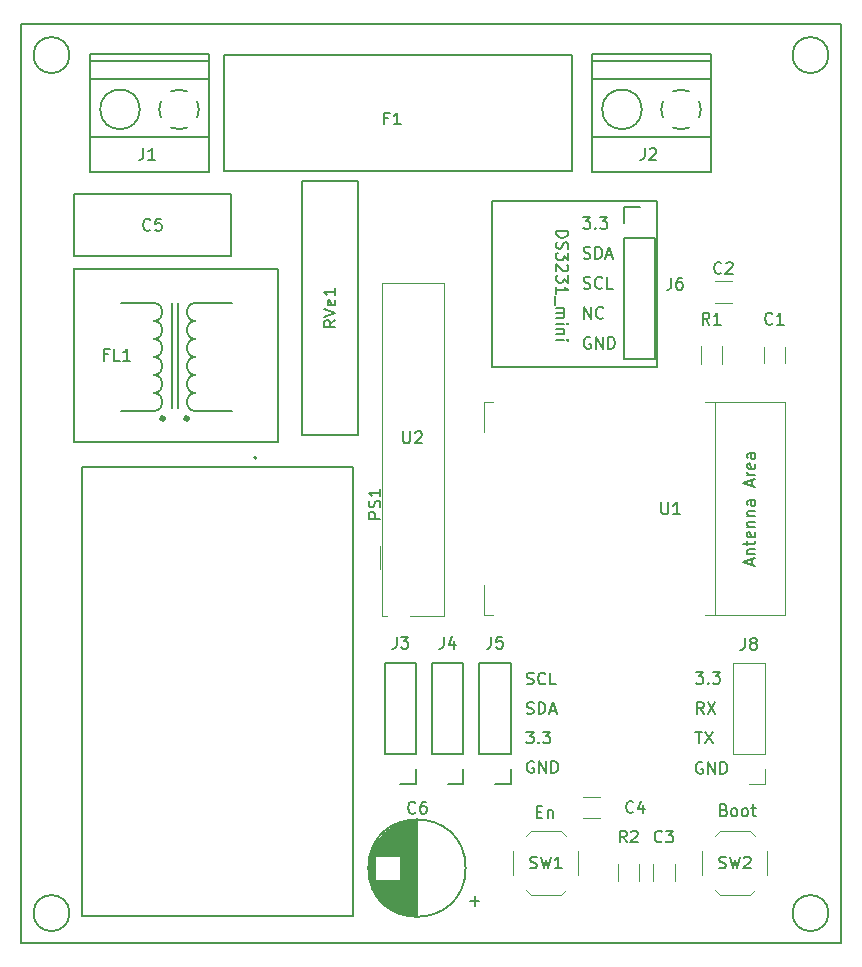
<source format=gto>
%TF.GenerationSoftware,KiCad,Pcbnew,7.0.2-6a45011f42~172~ubuntu22.10.1*%
%TF.CreationDate,2023-08-15T16:25:11+05:00*%
%TF.ProjectId,IOTV,494f5456-2e6b-4696-9361-645f70636258,3*%
%TF.SameCoordinates,Original*%
%TF.FileFunction,Legend,Top*%
%TF.FilePolarity,Positive*%
%FSLAX46Y46*%
G04 Gerber Fmt 4.6, Leading zero omitted, Abs format (unit mm)*
G04 Created by KiCad (PCBNEW 7.0.2-6a45011f42~172~ubuntu22.10.1) date 2023-08-15 16:25:11*
%MOMM*%
%LPD*%
G01*
G04 APERTURE LIST*
%ADD10C,0.150000*%
%ADD11C,0.120000*%
%ADD12C,0.200000*%
%ADD13C,0.127000*%
%ADD14C,0.400000*%
%TA.AperFunction,Profile*%
%ADD15C,0.150000*%
%TD*%
G04 APERTURE END LIST*
D10*
X141444000Y-79988000D02*
X141444000Y-65988000D01*
X155444000Y-65988000D02*
X155444000Y-79988000D01*
X141444000Y-65988000D02*
X155444000Y-65988000D01*
X155444000Y-79988000D02*
X141444000Y-79988000D01*
X149190476Y-73328000D02*
X149333333Y-73375619D01*
X149333333Y-73375619D02*
X149571428Y-73375619D01*
X149571428Y-73375619D02*
X149666666Y-73328000D01*
X149666666Y-73328000D02*
X149714285Y-73280380D01*
X149714285Y-73280380D02*
X149761904Y-73185142D01*
X149761904Y-73185142D02*
X149761904Y-73089904D01*
X149761904Y-73089904D02*
X149714285Y-72994666D01*
X149714285Y-72994666D02*
X149666666Y-72947047D01*
X149666666Y-72947047D02*
X149571428Y-72899428D01*
X149571428Y-72899428D02*
X149380952Y-72851809D01*
X149380952Y-72851809D02*
X149285714Y-72804190D01*
X149285714Y-72804190D02*
X149238095Y-72756571D01*
X149238095Y-72756571D02*
X149190476Y-72661333D01*
X149190476Y-72661333D02*
X149190476Y-72566095D01*
X149190476Y-72566095D02*
X149238095Y-72470857D01*
X149238095Y-72470857D02*
X149285714Y-72423238D01*
X149285714Y-72423238D02*
X149380952Y-72375619D01*
X149380952Y-72375619D02*
X149619047Y-72375619D01*
X149619047Y-72375619D02*
X149761904Y-72423238D01*
X150761904Y-73280380D02*
X150714285Y-73328000D01*
X150714285Y-73328000D02*
X150571428Y-73375619D01*
X150571428Y-73375619D02*
X150476190Y-73375619D01*
X150476190Y-73375619D02*
X150333333Y-73328000D01*
X150333333Y-73328000D02*
X150238095Y-73232761D01*
X150238095Y-73232761D02*
X150190476Y-73137523D01*
X150190476Y-73137523D02*
X150142857Y-72947047D01*
X150142857Y-72947047D02*
X150142857Y-72804190D01*
X150142857Y-72804190D02*
X150190476Y-72613714D01*
X150190476Y-72613714D02*
X150238095Y-72518476D01*
X150238095Y-72518476D02*
X150333333Y-72423238D01*
X150333333Y-72423238D02*
X150476190Y-72375619D01*
X150476190Y-72375619D02*
X150571428Y-72375619D01*
X150571428Y-72375619D02*
X150714285Y-72423238D01*
X150714285Y-72423238D02*
X150761904Y-72470857D01*
X151666666Y-73375619D02*
X151190476Y-73375619D01*
X151190476Y-73375619D02*
X151190476Y-72375619D01*
X149190476Y-70788000D02*
X149333333Y-70835619D01*
X149333333Y-70835619D02*
X149571428Y-70835619D01*
X149571428Y-70835619D02*
X149666666Y-70788000D01*
X149666666Y-70788000D02*
X149714285Y-70740380D01*
X149714285Y-70740380D02*
X149761904Y-70645142D01*
X149761904Y-70645142D02*
X149761904Y-70549904D01*
X149761904Y-70549904D02*
X149714285Y-70454666D01*
X149714285Y-70454666D02*
X149666666Y-70407047D01*
X149666666Y-70407047D02*
X149571428Y-70359428D01*
X149571428Y-70359428D02*
X149380952Y-70311809D01*
X149380952Y-70311809D02*
X149285714Y-70264190D01*
X149285714Y-70264190D02*
X149238095Y-70216571D01*
X149238095Y-70216571D02*
X149190476Y-70121333D01*
X149190476Y-70121333D02*
X149190476Y-70026095D01*
X149190476Y-70026095D02*
X149238095Y-69930857D01*
X149238095Y-69930857D02*
X149285714Y-69883238D01*
X149285714Y-69883238D02*
X149380952Y-69835619D01*
X149380952Y-69835619D02*
X149619047Y-69835619D01*
X149619047Y-69835619D02*
X149761904Y-69883238D01*
X150190476Y-70835619D02*
X150190476Y-69835619D01*
X150190476Y-69835619D02*
X150428571Y-69835619D01*
X150428571Y-69835619D02*
X150571428Y-69883238D01*
X150571428Y-69883238D02*
X150666666Y-69978476D01*
X150666666Y-69978476D02*
X150714285Y-70073714D01*
X150714285Y-70073714D02*
X150761904Y-70264190D01*
X150761904Y-70264190D02*
X150761904Y-70407047D01*
X150761904Y-70407047D02*
X150714285Y-70597523D01*
X150714285Y-70597523D02*
X150666666Y-70692761D01*
X150666666Y-70692761D02*
X150571428Y-70788000D01*
X150571428Y-70788000D02*
X150428571Y-70835619D01*
X150428571Y-70835619D02*
X150190476Y-70835619D01*
X151142857Y-70549904D02*
X151619047Y-70549904D01*
X151047619Y-70835619D02*
X151380952Y-69835619D01*
X151380952Y-69835619D02*
X151714285Y-70835619D01*
X149142857Y-67295619D02*
X149761904Y-67295619D01*
X149761904Y-67295619D02*
X149428571Y-67676571D01*
X149428571Y-67676571D02*
X149571428Y-67676571D01*
X149571428Y-67676571D02*
X149666666Y-67724190D01*
X149666666Y-67724190D02*
X149714285Y-67771809D01*
X149714285Y-67771809D02*
X149761904Y-67867047D01*
X149761904Y-67867047D02*
X149761904Y-68105142D01*
X149761904Y-68105142D02*
X149714285Y-68200380D01*
X149714285Y-68200380D02*
X149666666Y-68248000D01*
X149666666Y-68248000D02*
X149571428Y-68295619D01*
X149571428Y-68295619D02*
X149285714Y-68295619D01*
X149285714Y-68295619D02*
X149190476Y-68248000D01*
X149190476Y-68248000D02*
X149142857Y-68200380D01*
X150190476Y-68200380D02*
X150238095Y-68248000D01*
X150238095Y-68248000D02*
X150190476Y-68295619D01*
X150190476Y-68295619D02*
X150142857Y-68248000D01*
X150142857Y-68248000D02*
X150190476Y-68200380D01*
X150190476Y-68200380D02*
X150190476Y-68295619D01*
X150571428Y-67295619D02*
X151190475Y-67295619D01*
X151190475Y-67295619D02*
X150857142Y-67676571D01*
X150857142Y-67676571D02*
X150999999Y-67676571D01*
X150999999Y-67676571D02*
X151095237Y-67724190D01*
X151095237Y-67724190D02*
X151142856Y-67771809D01*
X151142856Y-67771809D02*
X151190475Y-67867047D01*
X151190475Y-67867047D02*
X151190475Y-68105142D01*
X151190475Y-68105142D02*
X151142856Y-68200380D01*
X151142856Y-68200380D02*
X151095237Y-68248000D01*
X151095237Y-68248000D02*
X150999999Y-68295619D01*
X150999999Y-68295619D02*
X150714285Y-68295619D01*
X150714285Y-68295619D02*
X150619047Y-68248000D01*
X150619047Y-68248000D02*
X150571428Y-68200380D01*
X149761904Y-77503238D02*
X149666666Y-77455619D01*
X149666666Y-77455619D02*
X149523809Y-77455619D01*
X149523809Y-77455619D02*
X149380952Y-77503238D01*
X149380952Y-77503238D02*
X149285714Y-77598476D01*
X149285714Y-77598476D02*
X149238095Y-77693714D01*
X149238095Y-77693714D02*
X149190476Y-77884190D01*
X149190476Y-77884190D02*
X149190476Y-78027047D01*
X149190476Y-78027047D02*
X149238095Y-78217523D01*
X149238095Y-78217523D02*
X149285714Y-78312761D01*
X149285714Y-78312761D02*
X149380952Y-78408000D01*
X149380952Y-78408000D02*
X149523809Y-78455619D01*
X149523809Y-78455619D02*
X149619047Y-78455619D01*
X149619047Y-78455619D02*
X149761904Y-78408000D01*
X149761904Y-78408000D02*
X149809523Y-78360380D01*
X149809523Y-78360380D02*
X149809523Y-78027047D01*
X149809523Y-78027047D02*
X149619047Y-78027047D01*
X150238095Y-78455619D02*
X150238095Y-77455619D01*
X150238095Y-77455619D02*
X150809523Y-78455619D01*
X150809523Y-78455619D02*
X150809523Y-77455619D01*
X151285714Y-78455619D02*
X151285714Y-77455619D01*
X151285714Y-77455619D02*
X151523809Y-77455619D01*
X151523809Y-77455619D02*
X151666666Y-77503238D01*
X151666666Y-77503238D02*
X151761904Y-77598476D01*
X151761904Y-77598476D02*
X151809523Y-77693714D01*
X151809523Y-77693714D02*
X151857142Y-77884190D01*
X151857142Y-77884190D02*
X151857142Y-78027047D01*
X151857142Y-78027047D02*
X151809523Y-78217523D01*
X151809523Y-78217523D02*
X151761904Y-78312761D01*
X151761904Y-78312761D02*
X151666666Y-78408000D01*
X151666666Y-78408000D02*
X151523809Y-78455619D01*
X151523809Y-78455619D02*
X151285714Y-78455619D01*
X149238095Y-75915619D02*
X149238095Y-74915619D01*
X149238095Y-74915619D02*
X149809523Y-75915619D01*
X149809523Y-75915619D02*
X149809523Y-74915619D01*
X150857142Y-75820380D02*
X150809523Y-75868000D01*
X150809523Y-75868000D02*
X150666666Y-75915619D01*
X150666666Y-75915619D02*
X150571428Y-75915619D01*
X150571428Y-75915619D02*
X150428571Y-75868000D01*
X150428571Y-75868000D02*
X150333333Y-75772761D01*
X150333333Y-75772761D02*
X150285714Y-75677523D01*
X150285714Y-75677523D02*
X150238095Y-75487047D01*
X150238095Y-75487047D02*
X150238095Y-75344190D01*
X150238095Y-75344190D02*
X150285714Y-75153714D01*
X150285714Y-75153714D02*
X150333333Y-75058476D01*
X150333333Y-75058476D02*
X150428571Y-74963238D01*
X150428571Y-74963238D02*
X150571428Y-74915619D01*
X150571428Y-74915619D02*
X150666666Y-74915619D01*
X150666666Y-74915619D02*
X150809523Y-74963238D01*
X150809523Y-74963238D02*
X150857142Y-75010857D01*
X159361523Y-109375619D02*
X159028190Y-108899428D01*
X158790095Y-109375619D02*
X158790095Y-108375619D01*
X158790095Y-108375619D02*
X159171047Y-108375619D01*
X159171047Y-108375619D02*
X159266285Y-108423238D01*
X159266285Y-108423238D02*
X159313904Y-108470857D01*
X159313904Y-108470857D02*
X159361523Y-108566095D01*
X159361523Y-108566095D02*
X159361523Y-108708952D01*
X159361523Y-108708952D02*
X159313904Y-108804190D01*
X159313904Y-108804190D02*
X159266285Y-108851809D01*
X159266285Y-108851809D02*
X159171047Y-108899428D01*
X159171047Y-108899428D02*
X158790095Y-108899428D01*
X159694857Y-108375619D02*
X160361523Y-109375619D01*
X160361523Y-108375619D02*
X159694857Y-109375619D01*
X158694857Y-105811619D02*
X159313904Y-105811619D01*
X159313904Y-105811619D02*
X158980571Y-106192571D01*
X158980571Y-106192571D02*
X159123428Y-106192571D01*
X159123428Y-106192571D02*
X159218666Y-106240190D01*
X159218666Y-106240190D02*
X159266285Y-106287809D01*
X159266285Y-106287809D02*
X159313904Y-106383047D01*
X159313904Y-106383047D02*
X159313904Y-106621142D01*
X159313904Y-106621142D02*
X159266285Y-106716380D01*
X159266285Y-106716380D02*
X159218666Y-106764000D01*
X159218666Y-106764000D02*
X159123428Y-106811619D01*
X159123428Y-106811619D02*
X158837714Y-106811619D01*
X158837714Y-106811619D02*
X158742476Y-106764000D01*
X158742476Y-106764000D02*
X158694857Y-106716380D01*
X159742476Y-106716380D02*
X159790095Y-106764000D01*
X159790095Y-106764000D02*
X159742476Y-106811619D01*
X159742476Y-106811619D02*
X159694857Y-106764000D01*
X159694857Y-106764000D02*
X159742476Y-106716380D01*
X159742476Y-106716380D02*
X159742476Y-106811619D01*
X160123428Y-105811619D02*
X160742475Y-105811619D01*
X160742475Y-105811619D02*
X160409142Y-106192571D01*
X160409142Y-106192571D02*
X160551999Y-106192571D01*
X160551999Y-106192571D02*
X160647237Y-106240190D01*
X160647237Y-106240190D02*
X160694856Y-106287809D01*
X160694856Y-106287809D02*
X160742475Y-106383047D01*
X160742475Y-106383047D02*
X160742475Y-106621142D01*
X160742475Y-106621142D02*
X160694856Y-106716380D01*
X160694856Y-106716380D02*
X160647237Y-106764000D01*
X160647237Y-106764000D02*
X160551999Y-106811619D01*
X160551999Y-106811619D02*
X160266285Y-106811619D01*
X160266285Y-106811619D02*
X160171047Y-106764000D01*
X160171047Y-106764000D02*
X160123428Y-106716380D01*
X161071428Y-117514609D02*
X161214285Y-117562228D01*
X161214285Y-117562228D02*
X161261904Y-117609847D01*
X161261904Y-117609847D02*
X161309523Y-117705085D01*
X161309523Y-117705085D02*
X161309523Y-117847942D01*
X161309523Y-117847942D02*
X161261904Y-117943180D01*
X161261904Y-117943180D02*
X161214285Y-117990800D01*
X161214285Y-117990800D02*
X161119047Y-118038419D01*
X161119047Y-118038419D02*
X160738095Y-118038419D01*
X160738095Y-118038419D02*
X160738095Y-117038419D01*
X160738095Y-117038419D02*
X161071428Y-117038419D01*
X161071428Y-117038419D02*
X161166666Y-117086038D01*
X161166666Y-117086038D02*
X161214285Y-117133657D01*
X161214285Y-117133657D02*
X161261904Y-117228895D01*
X161261904Y-117228895D02*
X161261904Y-117324133D01*
X161261904Y-117324133D02*
X161214285Y-117419371D01*
X161214285Y-117419371D02*
X161166666Y-117466990D01*
X161166666Y-117466990D02*
X161071428Y-117514609D01*
X161071428Y-117514609D02*
X160738095Y-117514609D01*
X161880952Y-118038419D02*
X161785714Y-117990800D01*
X161785714Y-117990800D02*
X161738095Y-117943180D01*
X161738095Y-117943180D02*
X161690476Y-117847942D01*
X161690476Y-117847942D02*
X161690476Y-117562228D01*
X161690476Y-117562228D02*
X161738095Y-117466990D01*
X161738095Y-117466990D02*
X161785714Y-117419371D01*
X161785714Y-117419371D02*
X161880952Y-117371752D01*
X161880952Y-117371752D02*
X162023809Y-117371752D01*
X162023809Y-117371752D02*
X162119047Y-117419371D01*
X162119047Y-117419371D02*
X162166666Y-117466990D01*
X162166666Y-117466990D02*
X162214285Y-117562228D01*
X162214285Y-117562228D02*
X162214285Y-117847942D01*
X162214285Y-117847942D02*
X162166666Y-117943180D01*
X162166666Y-117943180D02*
X162119047Y-117990800D01*
X162119047Y-117990800D02*
X162023809Y-118038419D01*
X162023809Y-118038419D02*
X161880952Y-118038419D01*
X162785714Y-118038419D02*
X162690476Y-117990800D01*
X162690476Y-117990800D02*
X162642857Y-117943180D01*
X162642857Y-117943180D02*
X162595238Y-117847942D01*
X162595238Y-117847942D02*
X162595238Y-117562228D01*
X162595238Y-117562228D02*
X162642857Y-117466990D01*
X162642857Y-117466990D02*
X162690476Y-117419371D01*
X162690476Y-117419371D02*
X162785714Y-117371752D01*
X162785714Y-117371752D02*
X162928571Y-117371752D01*
X162928571Y-117371752D02*
X163023809Y-117419371D01*
X163023809Y-117419371D02*
X163071428Y-117466990D01*
X163071428Y-117466990D02*
X163119047Y-117562228D01*
X163119047Y-117562228D02*
X163119047Y-117847942D01*
X163119047Y-117847942D02*
X163071428Y-117943180D01*
X163071428Y-117943180D02*
X163023809Y-117990800D01*
X163023809Y-117990800D02*
X162928571Y-118038419D01*
X162928571Y-118038419D02*
X162785714Y-118038419D01*
X163404762Y-117371752D02*
X163785714Y-117371752D01*
X163547619Y-117038419D02*
X163547619Y-117895561D01*
X163547619Y-117895561D02*
X163595238Y-117990800D01*
X163595238Y-117990800D02*
X163690476Y-118038419D01*
X163690476Y-118038419D02*
X163785714Y-118038419D01*
X159257904Y-113479238D02*
X159162666Y-113431619D01*
X159162666Y-113431619D02*
X159019809Y-113431619D01*
X159019809Y-113431619D02*
X158876952Y-113479238D01*
X158876952Y-113479238D02*
X158781714Y-113574476D01*
X158781714Y-113574476D02*
X158734095Y-113669714D01*
X158734095Y-113669714D02*
X158686476Y-113860190D01*
X158686476Y-113860190D02*
X158686476Y-114003047D01*
X158686476Y-114003047D02*
X158734095Y-114193523D01*
X158734095Y-114193523D02*
X158781714Y-114288761D01*
X158781714Y-114288761D02*
X158876952Y-114384000D01*
X158876952Y-114384000D02*
X159019809Y-114431619D01*
X159019809Y-114431619D02*
X159115047Y-114431619D01*
X159115047Y-114431619D02*
X159257904Y-114384000D01*
X159257904Y-114384000D02*
X159305523Y-114336380D01*
X159305523Y-114336380D02*
X159305523Y-114003047D01*
X159305523Y-114003047D02*
X159115047Y-114003047D01*
X159734095Y-114431619D02*
X159734095Y-113431619D01*
X159734095Y-113431619D02*
X160305523Y-114431619D01*
X160305523Y-114431619D02*
X160305523Y-113431619D01*
X160781714Y-114431619D02*
X160781714Y-113431619D01*
X160781714Y-113431619D02*
X161019809Y-113431619D01*
X161019809Y-113431619D02*
X161162666Y-113479238D01*
X161162666Y-113479238D02*
X161257904Y-113574476D01*
X161257904Y-113574476D02*
X161305523Y-113669714D01*
X161305523Y-113669714D02*
X161353142Y-113860190D01*
X161353142Y-113860190D02*
X161353142Y-114003047D01*
X161353142Y-114003047D02*
X161305523Y-114193523D01*
X161305523Y-114193523D02*
X161257904Y-114288761D01*
X161257904Y-114288761D02*
X161162666Y-114384000D01*
X161162666Y-114384000D02*
X161019809Y-114431619D01*
X161019809Y-114431619D02*
X160781714Y-114431619D01*
X144384476Y-109328000D02*
X144527333Y-109375619D01*
X144527333Y-109375619D02*
X144765428Y-109375619D01*
X144765428Y-109375619D02*
X144860666Y-109328000D01*
X144860666Y-109328000D02*
X144908285Y-109280380D01*
X144908285Y-109280380D02*
X144955904Y-109185142D01*
X144955904Y-109185142D02*
X144955904Y-109089904D01*
X144955904Y-109089904D02*
X144908285Y-108994666D01*
X144908285Y-108994666D02*
X144860666Y-108947047D01*
X144860666Y-108947047D02*
X144765428Y-108899428D01*
X144765428Y-108899428D02*
X144574952Y-108851809D01*
X144574952Y-108851809D02*
X144479714Y-108804190D01*
X144479714Y-108804190D02*
X144432095Y-108756571D01*
X144432095Y-108756571D02*
X144384476Y-108661333D01*
X144384476Y-108661333D02*
X144384476Y-108566095D01*
X144384476Y-108566095D02*
X144432095Y-108470857D01*
X144432095Y-108470857D02*
X144479714Y-108423238D01*
X144479714Y-108423238D02*
X144574952Y-108375619D01*
X144574952Y-108375619D02*
X144813047Y-108375619D01*
X144813047Y-108375619D02*
X144955904Y-108423238D01*
X145384476Y-109375619D02*
X145384476Y-108375619D01*
X145384476Y-108375619D02*
X145622571Y-108375619D01*
X145622571Y-108375619D02*
X145765428Y-108423238D01*
X145765428Y-108423238D02*
X145860666Y-108518476D01*
X145860666Y-108518476D02*
X145908285Y-108613714D01*
X145908285Y-108613714D02*
X145955904Y-108804190D01*
X145955904Y-108804190D02*
X145955904Y-108947047D01*
X145955904Y-108947047D02*
X145908285Y-109137523D01*
X145908285Y-109137523D02*
X145860666Y-109232761D01*
X145860666Y-109232761D02*
X145765428Y-109328000D01*
X145765428Y-109328000D02*
X145622571Y-109375619D01*
X145622571Y-109375619D02*
X145384476Y-109375619D01*
X146336857Y-109089904D02*
X146813047Y-109089904D01*
X146241619Y-109375619D02*
X146574952Y-108375619D01*
X146574952Y-108375619D02*
X146908285Y-109375619D01*
X144955904Y-113423238D02*
X144860666Y-113375619D01*
X144860666Y-113375619D02*
X144717809Y-113375619D01*
X144717809Y-113375619D02*
X144574952Y-113423238D01*
X144574952Y-113423238D02*
X144479714Y-113518476D01*
X144479714Y-113518476D02*
X144432095Y-113613714D01*
X144432095Y-113613714D02*
X144384476Y-113804190D01*
X144384476Y-113804190D02*
X144384476Y-113947047D01*
X144384476Y-113947047D02*
X144432095Y-114137523D01*
X144432095Y-114137523D02*
X144479714Y-114232761D01*
X144479714Y-114232761D02*
X144574952Y-114328000D01*
X144574952Y-114328000D02*
X144717809Y-114375619D01*
X144717809Y-114375619D02*
X144813047Y-114375619D01*
X144813047Y-114375619D02*
X144955904Y-114328000D01*
X144955904Y-114328000D02*
X145003523Y-114280380D01*
X145003523Y-114280380D02*
X145003523Y-113947047D01*
X145003523Y-113947047D02*
X144813047Y-113947047D01*
X145432095Y-114375619D02*
X145432095Y-113375619D01*
X145432095Y-113375619D02*
X146003523Y-114375619D01*
X146003523Y-114375619D02*
X146003523Y-113375619D01*
X146479714Y-114375619D02*
X146479714Y-113375619D01*
X146479714Y-113375619D02*
X146717809Y-113375619D01*
X146717809Y-113375619D02*
X146860666Y-113423238D01*
X146860666Y-113423238D02*
X146955904Y-113518476D01*
X146955904Y-113518476D02*
X147003523Y-113613714D01*
X147003523Y-113613714D02*
X147051142Y-113804190D01*
X147051142Y-113804190D02*
X147051142Y-113947047D01*
X147051142Y-113947047D02*
X147003523Y-114137523D01*
X147003523Y-114137523D02*
X146955904Y-114232761D01*
X146955904Y-114232761D02*
X146860666Y-114328000D01*
X146860666Y-114328000D02*
X146717809Y-114375619D01*
X146717809Y-114375619D02*
X146479714Y-114375619D01*
X144336857Y-110875619D02*
X144955904Y-110875619D01*
X144955904Y-110875619D02*
X144622571Y-111256571D01*
X144622571Y-111256571D02*
X144765428Y-111256571D01*
X144765428Y-111256571D02*
X144860666Y-111304190D01*
X144860666Y-111304190D02*
X144908285Y-111351809D01*
X144908285Y-111351809D02*
X144955904Y-111447047D01*
X144955904Y-111447047D02*
X144955904Y-111685142D01*
X144955904Y-111685142D02*
X144908285Y-111780380D01*
X144908285Y-111780380D02*
X144860666Y-111828000D01*
X144860666Y-111828000D02*
X144765428Y-111875619D01*
X144765428Y-111875619D02*
X144479714Y-111875619D01*
X144479714Y-111875619D02*
X144384476Y-111828000D01*
X144384476Y-111828000D02*
X144336857Y-111780380D01*
X145384476Y-111780380D02*
X145432095Y-111828000D01*
X145432095Y-111828000D02*
X145384476Y-111875619D01*
X145384476Y-111875619D02*
X145336857Y-111828000D01*
X145336857Y-111828000D02*
X145384476Y-111780380D01*
X145384476Y-111780380D02*
X145384476Y-111875619D01*
X145765428Y-110875619D02*
X146384475Y-110875619D01*
X146384475Y-110875619D02*
X146051142Y-111256571D01*
X146051142Y-111256571D02*
X146193999Y-111256571D01*
X146193999Y-111256571D02*
X146289237Y-111304190D01*
X146289237Y-111304190D02*
X146336856Y-111351809D01*
X146336856Y-111351809D02*
X146384475Y-111447047D01*
X146384475Y-111447047D02*
X146384475Y-111685142D01*
X146384475Y-111685142D02*
X146336856Y-111780380D01*
X146336856Y-111780380D02*
X146289237Y-111828000D01*
X146289237Y-111828000D02*
X146193999Y-111875619D01*
X146193999Y-111875619D02*
X145908285Y-111875619D01*
X145908285Y-111875619D02*
X145813047Y-111828000D01*
X145813047Y-111828000D02*
X145765428Y-111780380D01*
X144384476Y-106828000D02*
X144527333Y-106875619D01*
X144527333Y-106875619D02*
X144765428Y-106875619D01*
X144765428Y-106875619D02*
X144860666Y-106828000D01*
X144860666Y-106828000D02*
X144908285Y-106780380D01*
X144908285Y-106780380D02*
X144955904Y-106685142D01*
X144955904Y-106685142D02*
X144955904Y-106589904D01*
X144955904Y-106589904D02*
X144908285Y-106494666D01*
X144908285Y-106494666D02*
X144860666Y-106447047D01*
X144860666Y-106447047D02*
X144765428Y-106399428D01*
X144765428Y-106399428D02*
X144574952Y-106351809D01*
X144574952Y-106351809D02*
X144479714Y-106304190D01*
X144479714Y-106304190D02*
X144432095Y-106256571D01*
X144432095Y-106256571D02*
X144384476Y-106161333D01*
X144384476Y-106161333D02*
X144384476Y-106066095D01*
X144384476Y-106066095D02*
X144432095Y-105970857D01*
X144432095Y-105970857D02*
X144479714Y-105923238D01*
X144479714Y-105923238D02*
X144574952Y-105875619D01*
X144574952Y-105875619D02*
X144813047Y-105875619D01*
X144813047Y-105875619D02*
X144955904Y-105923238D01*
X145955904Y-106780380D02*
X145908285Y-106828000D01*
X145908285Y-106828000D02*
X145765428Y-106875619D01*
X145765428Y-106875619D02*
X145670190Y-106875619D01*
X145670190Y-106875619D02*
X145527333Y-106828000D01*
X145527333Y-106828000D02*
X145432095Y-106732761D01*
X145432095Y-106732761D02*
X145384476Y-106637523D01*
X145384476Y-106637523D02*
X145336857Y-106447047D01*
X145336857Y-106447047D02*
X145336857Y-106304190D01*
X145336857Y-106304190D02*
X145384476Y-106113714D01*
X145384476Y-106113714D02*
X145432095Y-106018476D01*
X145432095Y-106018476D02*
X145527333Y-105923238D01*
X145527333Y-105923238D02*
X145670190Y-105875619D01*
X145670190Y-105875619D02*
X145765428Y-105875619D01*
X145765428Y-105875619D02*
X145908285Y-105923238D01*
X145908285Y-105923238D02*
X145955904Y-105970857D01*
X146860666Y-106875619D02*
X146384476Y-106875619D01*
X146384476Y-106875619D02*
X146384476Y-105875619D01*
X145238095Y-117647809D02*
X145571428Y-117647809D01*
X145714285Y-118171619D02*
X145238095Y-118171619D01*
X145238095Y-118171619D02*
X145238095Y-117171619D01*
X145238095Y-117171619D02*
X145714285Y-117171619D01*
X146142857Y-117504952D02*
X146142857Y-118171619D01*
X146142857Y-117600190D02*
X146190476Y-117552571D01*
X146190476Y-117552571D02*
X146285714Y-117504952D01*
X146285714Y-117504952D02*
X146428571Y-117504952D01*
X146428571Y-117504952D02*
X146523809Y-117552571D01*
X146523809Y-117552571D02*
X146571428Y-117647809D01*
X146571428Y-117647809D02*
X146571428Y-118171619D01*
X158647238Y-110875619D02*
X159218666Y-110875619D01*
X158932952Y-111875619D02*
X158932952Y-110875619D01*
X159456762Y-110875619D02*
X160123428Y-111875619D01*
X160123428Y-110875619D02*
X159456762Y-111875619D01*
X146893780Y-68475753D02*
X147893780Y-68475753D01*
X147893780Y-68475753D02*
X147893780Y-68713848D01*
X147893780Y-68713848D02*
X147846161Y-68856705D01*
X147846161Y-68856705D02*
X147750923Y-68951943D01*
X147750923Y-68951943D02*
X147655685Y-68999562D01*
X147655685Y-68999562D02*
X147465209Y-69047181D01*
X147465209Y-69047181D02*
X147322352Y-69047181D01*
X147322352Y-69047181D02*
X147131876Y-68999562D01*
X147131876Y-68999562D02*
X147036638Y-68951943D01*
X147036638Y-68951943D02*
X146941400Y-68856705D01*
X146941400Y-68856705D02*
X146893780Y-68713848D01*
X146893780Y-68713848D02*
X146893780Y-68475753D01*
X146941400Y-69428134D02*
X146893780Y-69570991D01*
X146893780Y-69570991D02*
X146893780Y-69809086D01*
X146893780Y-69809086D02*
X146941400Y-69904324D01*
X146941400Y-69904324D02*
X146989019Y-69951943D01*
X146989019Y-69951943D02*
X147084257Y-69999562D01*
X147084257Y-69999562D02*
X147179495Y-69999562D01*
X147179495Y-69999562D02*
X147274733Y-69951943D01*
X147274733Y-69951943D02*
X147322352Y-69904324D01*
X147322352Y-69904324D02*
X147369971Y-69809086D01*
X147369971Y-69809086D02*
X147417590Y-69618610D01*
X147417590Y-69618610D02*
X147465209Y-69523372D01*
X147465209Y-69523372D02*
X147512828Y-69475753D01*
X147512828Y-69475753D02*
X147608066Y-69428134D01*
X147608066Y-69428134D02*
X147703304Y-69428134D01*
X147703304Y-69428134D02*
X147798542Y-69475753D01*
X147798542Y-69475753D02*
X147846161Y-69523372D01*
X147846161Y-69523372D02*
X147893780Y-69618610D01*
X147893780Y-69618610D02*
X147893780Y-69856705D01*
X147893780Y-69856705D02*
X147846161Y-69999562D01*
X147893780Y-70332896D02*
X147893780Y-70951943D01*
X147893780Y-70951943D02*
X147512828Y-70618610D01*
X147512828Y-70618610D02*
X147512828Y-70761467D01*
X147512828Y-70761467D02*
X147465209Y-70856705D01*
X147465209Y-70856705D02*
X147417590Y-70904324D01*
X147417590Y-70904324D02*
X147322352Y-70951943D01*
X147322352Y-70951943D02*
X147084257Y-70951943D01*
X147084257Y-70951943D02*
X146989019Y-70904324D01*
X146989019Y-70904324D02*
X146941400Y-70856705D01*
X146941400Y-70856705D02*
X146893780Y-70761467D01*
X146893780Y-70761467D02*
X146893780Y-70475753D01*
X146893780Y-70475753D02*
X146941400Y-70380515D01*
X146941400Y-70380515D02*
X146989019Y-70332896D01*
X147798542Y-71332896D02*
X147846161Y-71380515D01*
X147846161Y-71380515D02*
X147893780Y-71475753D01*
X147893780Y-71475753D02*
X147893780Y-71713848D01*
X147893780Y-71713848D02*
X147846161Y-71809086D01*
X147846161Y-71809086D02*
X147798542Y-71856705D01*
X147798542Y-71856705D02*
X147703304Y-71904324D01*
X147703304Y-71904324D02*
X147608066Y-71904324D01*
X147608066Y-71904324D02*
X147465209Y-71856705D01*
X147465209Y-71856705D02*
X146893780Y-71285277D01*
X146893780Y-71285277D02*
X146893780Y-71904324D01*
X147893780Y-72237658D02*
X147893780Y-72856705D01*
X147893780Y-72856705D02*
X147512828Y-72523372D01*
X147512828Y-72523372D02*
X147512828Y-72666229D01*
X147512828Y-72666229D02*
X147465209Y-72761467D01*
X147465209Y-72761467D02*
X147417590Y-72809086D01*
X147417590Y-72809086D02*
X147322352Y-72856705D01*
X147322352Y-72856705D02*
X147084257Y-72856705D01*
X147084257Y-72856705D02*
X146989019Y-72809086D01*
X146989019Y-72809086D02*
X146941400Y-72761467D01*
X146941400Y-72761467D02*
X146893780Y-72666229D01*
X146893780Y-72666229D02*
X146893780Y-72380515D01*
X146893780Y-72380515D02*
X146941400Y-72285277D01*
X146941400Y-72285277D02*
X146989019Y-72237658D01*
X146893780Y-73809086D02*
X146893780Y-73237658D01*
X146893780Y-73523372D02*
X147893780Y-73523372D01*
X147893780Y-73523372D02*
X147750923Y-73428134D01*
X147750923Y-73428134D02*
X147655685Y-73332896D01*
X147655685Y-73332896D02*
X147608066Y-73237658D01*
X146798542Y-73999563D02*
X146798542Y-74761467D01*
X146893780Y-74999563D02*
X147560447Y-74999563D01*
X147465209Y-74999563D02*
X147512828Y-75047182D01*
X147512828Y-75047182D02*
X147560447Y-75142420D01*
X147560447Y-75142420D02*
X147560447Y-75285277D01*
X147560447Y-75285277D02*
X147512828Y-75380515D01*
X147512828Y-75380515D02*
X147417590Y-75428134D01*
X147417590Y-75428134D02*
X146893780Y-75428134D01*
X147417590Y-75428134D02*
X147512828Y-75475753D01*
X147512828Y-75475753D02*
X147560447Y-75570991D01*
X147560447Y-75570991D02*
X147560447Y-75713848D01*
X147560447Y-75713848D02*
X147512828Y-75809087D01*
X147512828Y-75809087D02*
X147417590Y-75856706D01*
X147417590Y-75856706D02*
X146893780Y-75856706D01*
X146893780Y-76332896D02*
X147560447Y-76332896D01*
X147893780Y-76332896D02*
X147846161Y-76285277D01*
X147846161Y-76285277D02*
X147798542Y-76332896D01*
X147798542Y-76332896D02*
X147846161Y-76380515D01*
X147846161Y-76380515D02*
X147893780Y-76332896D01*
X147893780Y-76332896D02*
X147798542Y-76332896D01*
X147560447Y-76809086D02*
X146893780Y-76809086D01*
X147465209Y-76809086D02*
X147512828Y-76856705D01*
X147512828Y-76856705D02*
X147560447Y-76951943D01*
X147560447Y-76951943D02*
X147560447Y-77094800D01*
X147560447Y-77094800D02*
X147512828Y-77190038D01*
X147512828Y-77190038D02*
X147417590Y-77237657D01*
X147417590Y-77237657D02*
X146893780Y-77237657D01*
X146893780Y-77713848D02*
X147560447Y-77713848D01*
X147893780Y-77713848D02*
X147846161Y-77666229D01*
X147846161Y-77666229D02*
X147798542Y-77713848D01*
X147798542Y-77713848D02*
X147846161Y-77761467D01*
X147846161Y-77761467D02*
X147893780Y-77713848D01*
X147893780Y-77713848D02*
X147798542Y-77713848D01*
%TO.C,C5*%
X112527333Y-68365380D02*
X112479714Y-68413000D01*
X112479714Y-68413000D02*
X112336857Y-68460619D01*
X112336857Y-68460619D02*
X112241619Y-68460619D01*
X112241619Y-68460619D02*
X112098762Y-68413000D01*
X112098762Y-68413000D02*
X112003524Y-68317761D01*
X112003524Y-68317761D02*
X111955905Y-68222523D01*
X111955905Y-68222523D02*
X111908286Y-68032047D01*
X111908286Y-68032047D02*
X111908286Y-67889190D01*
X111908286Y-67889190D02*
X111955905Y-67698714D01*
X111955905Y-67698714D02*
X112003524Y-67603476D01*
X112003524Y-67603476D02*
X112098762Y-67508238D01*
X112098762Y-67508238D02*
X112241619Y-67460619D01*
X112241619Y-67460619D02*
X112336857Y-67460619D01*
X112336857Y-67460619D02*
X112479714Y-67508238D01*
X112479714Y-67508238D02*
X112527333Y-67555857D01*
X113432095Y-67460619D02*
X112955905Y-67460619D01*
X112955905Y-67460619D02*
X112908286Y-67936809D01*
X112908286Y-67936809D02*
X112955905Y-67889190D01*
X112955905Y-67889190D02*
X113051143Y-67841571D01*
X113051143Y-67841571D02*
X113289238Y-67841571D01*
X113289238Y-67841571D02*
X113384476Y-67889190D01*
X113384476Y-67889190D02*
X113432095Y-67936809D01*
X113432095Y-67936809D02*
X113479714Y-68032047D01*
X113479714Y-68032047D02*
X113479714Y-68270142D01*
X113479714Y-68270142D02*
X113432095Y-68365380D01*
X113432095Y-68365380D02*
X113384476Y-68413000D01*
X113384476Y-68413000D02*
X113289238Y-68460619D01*
X113289238Y-68460619D02*
X113051143Y-68460619D01*
X113051143Y-68460619D02*
X112955905Y-68413000D01*
X112955905Y-68413000D02*
X112908286Y-68365380D01*
%TO.C,J8*%
X162861666Y-102960619D02*
X162861666Y-103674904D01*
X162861666Y-103674904D02*
X162814047Y-103817761D01*
X162814047Y-103817761D02*
X162718809Y-103913000D01*
X162718809Y-103913000D02*
X162575952Y-103960619D01*
X162575952Y-103960619D02*
X162480714Y-103960619D01*
X163480714Y-103389190D02*
X163385476Y-103341571D01*
X163385476Y-103341571D02*
X163337857Y-103293952D01*
X163337857Y-103293952D02*
X163290238Y-103198714D01*
X163290238Y-103198714D02*
X163290238Y-103151095D01*
X163290238Y-103151095D02*
X163337857Y-103055857D01*
X163337857Y-103055857D02*
X163385476Y-103008238D01*
X163385476Y-103008238D02*
X163480714Y-102960619D01*
X163480714Y-102960619D02*
X163671190Y-102960619D01*
X163671190Y-102960619D02*
X163766428Y-103008238D01*
X163766428Y-103008238D02*
X163814047Y-103055857D01*
X163814047Y-103055857D02*
X163861666Y-103151095D01*
X163861666Y-103151095D02*
X163861666Y-103198714D01*
X163861666Y-103198714D02*
X163814047Y-103293952D01*
X163814047Y-103293952D02*
X163766428Y-103341571D01*
X163766428Y-103341571D02*
X163671190Y-103389190D01*
X163671190Y-103389190D02*
X163480714Y-103389190D01*
X163480714Y-103389190D02*
X163385476Y-103436809D01*
X163385476Y-103436809D02*
X163337857Y-103484428D01*
X163337857Y-103484428D02*
X163290238Y-103579666D01*
X163290238Y-103579666D02*
X163290238Y-103770142D01*
X163290238Y-103770142D02*
X163337857Y-103865380D01*
X163337857Y-103865380D02*
X163385476Y-103913000D01*
X163385476Y-103913000D02*
X163480714Y-103960619D01*
X163480714Y-103960619D02*
X163671190Y-103960619D01*
X163671190Y-103960619D02*
X163766428Y-103913000D01*
X163766428Y-103913000D02*
X163814047Y-103865380D01*
X163814047Y-103865380D02*
X163861666Y-103770142D01*
X163861666Y-103770142D02*
X163861666Y-103579666D01*
X163861666Y-103579666D02*
X163814047Y-103484428D01*
X163814047Y-103484428D02*
X163766428Y-103436809D01*
X163766428Y-103436809D02*
X163671190Y-103389190D01*
%TO.C,U1*%
X155784095Y-91460619D02*
X155784095Y-92270142D01*
X155784095Y-92270142D02*
X155831714Y-92365380D01*
X155831714Y-92365380D02*
X155879333Y-92413000D01*
X155879333Y-92413000D02*
X155974571Y-92460619D01*
X155974571Y-92460619D02*
X156165047Y-92460619D01*
X156165047Y-92460619D02*
X156260285Y-92413000D01*
X156260285Y-92413000D02*
X156307904Y-92365380D01*
X156307904Y-92365380D02*
X156355523Y-92270142D01*
X156355523Y-92270142D02*
X156355523Y-91460619D01*
X157355523Y-92460619D02*
X156784095Y-92460619D01*
X157069809Y-92460619D02*
X157069809Y-91460619D01*
X157069809Y-91460619D02*
X156974571Y-91603476D01*
X156974571Y-91603476D02*
X156879333Y-91698714D01*
X156879333Y-91698714D02*
X156784095Y-91746333D01*
X163440904Y-96759905D02*
X163440904Y-96283715D01*
X163726619Y-96855143D02*
X162726619Y-96521810D01*
X162726619Y-96521810D02*
X163726619Y-96188477D01*
X163059952Y-95855143D02*
X163726619Y-95855143D01*
X163155190Y-95855143D02*
X163107571Y-95807524D01*
X163107571Y-95807524D02*
X163059952Y-95712286D01*
X163059952Y-95712286D02*
X163059952Y-95569429D01*
X163059952Y-95569429D02*
X163107571Y-95474191D01*
X163107571Y-95474191D02*
X163202809Y-95426572D01*
X163202809Y-95426572D02*
X163726619Y-95426572D01*
X163059952Y-95093238D02*
X163059952Y-94712286D01*
X162726619Y-94950381D02*
X163583761Y-94950381D01*
X163583761Y-94950381D02*
X163679000Y-94902762D01*
X163679000Y-94902762D02*
X163726619Y-94807524D01*
X163726619Y-94807524D02*
X163726619Y-94712286D01*
X163679000Y-93998000D02*
X163726619Y-94093238D01*
X163726619Y-94093238D02*
X163726619Y-94283714D01*
X163726619Y-94283714D02*
X163679000Y-94378952D01*
X163679000Y-94378952D02*
X163583761Y-94426571D01*
X163583761Y-94426571D02*
X163202809Y-94426571D01*
X163202809Y-94426571D02*
X163107571Y-94378952D01*
X163107571Y-94378952D02*
X163059952Y-94283714D01*
X163059952Y-94283714D02*
X163059952Y-94093238D01*
X163059952Y-94093238D02*
X163107571Y-93998000D01*
X163107571Y-93998000D02*
X163202809Y-93950381D01*
X163202809Y-93950381D02*
X163298047Y-93950381D01*
X163298047Y-93950381D02*
X163393285Y-94426571D01*
X163059952Y-93521809D02*
X163726619Y-93521809D01*
X163155190Y-93521809D02*
X163107571Y-93474190D01*
X163107571Y-93474190D02*
X163059952Y-93378952D01*
X163059952Y-93378952D02*
X163059952Y-93236095D01*
X163059952Y-93236095D02*
X163107571Y-93140857D01*
X163107571Y-93140857D02*
X163202809Y-93093238D01*
X163202809Y-93093238D02*
X163726619Y-93093238D01*
X163059952Y-92617047D02*
X163726619Y-92617047D01*
X163155190Y-92617047D02*
X163107571Y-92569428D01*
X163107571Y-92569428D02*
X163059952Y-92474190D01*
X163059952Y-92474190D02*
X163059952Y-92331333D01*
X163059952Y-92331333D02*
X163107571Y-92236095D01*
X163107571Y-92236095D02*
X163202809Y-92188476D01*
X163202809Y-92188476D02*
X163726619Y-92188476D01*
X163726619Y-91283714D02*
X163202809Y-91283714D01*
X163202809Y-91283714D02*
X163107571Y-91331333D01*
X163107571Y-91331333D02*
X163059952Y-91426571D01*
X163059952Y-91426571D02*
X163059952Y-91617047D01*
X163059952Y-91617047D02*
X163107571Y-91712285D01*
X163679000Y-91283714D02*
X163726619Y-91378952D01*
X163726619Y-91378952D02*
X163726619Y-91617047D01*
X163726619Y-91617047D02*
X163679000Y-91712285D01*
X163679000Y-91712285D02*
X163583761Y-91759904D01*
X163583761Y-91759904D02*
X163488523Y-91759904D01*
X163488523Y-91759904D02*
X163393285Y-91712285D01*
X163393285Y-91712285D02*
X163345666Y-91617047D01*
X163345666Y-91617047D02*
X163345666Y-91378952D01*
X163345666Y-91378952D02*
X163298047Y-91283714D01*
X163440904Y-90093237D02*
X163440904Y-89617047D01*
X163726619Y-90188475D02*
X162726619Y-89855142D01*
X162726619Y-89855142D02*
X163726619Y-89521809D01*
X163726619Y-89188475D02*
X163059952Y-89188475D01*
X163250428Y-89188475D02*
X163155190Y-89140856D01*
X163155190Y-89140856D02*
X163107571Y-89093237D01*
X163107571Y-89093237D02*
X163059952Y-88997999D01*
X163059952Y-88997999D02*
X163059952Y-88902761D01*
X163679000Y-88188475D02*
X163726619Y-88283713D01*
X163726619Y-88283713D02*
X163726619Y-88474189D01*
X163726619Y-88474189D02*
X163679000Y-88569427D01*
X163679000Y-88569427D02*
X163583761Y-88617046D01*
X163583761Y-88617046D02*
X163202809Y-88617046D01*
X163202809Y-88617046D02*
X163107571Y-88569427D01*
X163107571Y-88569427D02*
X163059952Y-88474189D01*
X163059952Y-88474189D02*
X163059952Y-88283713D01*
X163059952Y-88283713D02*
X163107571Y-88188475D01*
X163107571Y-88188475D02*
X163202809Y-88140856D01*
X163202809Y-88140856D02*
X163298047Y-88140856D01*
X163298047Y-88140856D02*
X163393285Y-88617046D01*
X163726619Y-87283713D02*
X163202809Y-87283713D01*
X163202809Y-87283713D02*
X163107571Y-87331332D01*
X163107571Y-87331332D02*
X163059952Y-87426570D01*
X163059952Y-87426570D02*
X163059952Y-87617046D01*
X163059952Y-87617046D02*
X163107571Y-87712284D01*
X163679000Y-87283713D02*
X163726619Y-87378951D01*
X163726619Y-87378951D02*
X163726619Y-87617046D01*
X163726619Y-87617046D02*
X163679000Y-87712284D01*
X163679000Y-87712284D02*
X163583761Y-87759903D01*
X163583761Y-87759903D02*
X163488523Y-87759903D01*
X163488523Y-87759903D02*
X163393285Y-87712284D01*
X163393285Y-87712284D02*
X163345666Y-87617046D01*
X163345666Y-87617046D02*
X163345666Y-87378951D01*
X163345666Y-87378951D02*
X163298047Y-87283713D01*
%TO.C,SW2*%
X160666667Y-122413000D02*
X160809524Y-122460619D01*
X160809524Y-122460619D02*
X161047619Y-122460619D01*
X161047619Y-122460619D02*
X161142857Y-122413000D01*
X161142857Y-122413000D02*
X161190476Y-122365380D01*
X161190476Y-122365380D02*
X161238095Y-122270142D01*
X161238095Y-122270142D02*
X161238095Y-122174904D01*
X161238095Y-122174904D02*
X161190476Y-122079666D01*
X161190476Y-122079666D02*
X161142857Y-122032047D01*
X161142857Y-122032047D02*
X161047619Y-121984428D01*
X161047619Y-121984428D02*
X160857143Y-121936809D01*
X160857143Y-121936809D02*
X160761905Y-121889190D01*
X160761905Y-121889190D02*
X160714286Y-121841571D01*
X160714286Y-121841571D02*
X160666667Y-121746333D01*
X160666667Y-121746333D02*
X160666667Y-121651095D01*
X160666667Y-121651095D02*
X160714286Y-121555857D01*
X160714286Y-121555857D02*
X160761905Y-121508238D01*
X160761905Y-121508238D02*
X160857143Y-121460619D01*
X160857143Y-121460619D02*
X161095238Y-121460619D01*
X161095238Y-121460619D02*
X161238095Y-121508238D01*
X161571429Y-121460619D02*
X161809524Y-122460619D01*
X161809524Y-122460619D02*
X162000000Y-121746333D01*
X162000000Y-121746333D02*
X162190476Y-122460619D01*
X162190476Y-122460619D02*
X162428572Y-121460619D01*
X162761905Y-121555857D02*
X162809524Y-121508238D01*
X162809524Y-121508238D02*
X162904762Y-121460619D01*
X162904762Y-121460619D02*
X163142857Y-121460619D01*
X163142857Y-121460619D02*
X163238095Y-121508238D01*
X163238095Y-121508238D02*
X163285714Y-121555857D01*
X163285714Y-121555857D02*
X163333333Y-121651095D01*
X163333333Y-121651095D02*
X163333333Y-121746333D01*
X163333333Y-121746333D02*
X163285714Y-121889190D01*
X163285714Y-121889190D02*
X162714286Y-122460619D01*
X162714286Y-122460619D02*
X163333333Y-122460619D01*
%TO.C,J3*%
X133360666Y-102840619D02*
X133360666Y-103554904D01*
X133360666Y-103554904D02*
X133313047Y-103697761D01*
X133313047Y-103697761D02*
X133217809Y-103793000D01*
X133217809Y-103793000D02*
X133074952Y-103840619D01*
X133074952Y-103840619D02*
X132979714Y-103840619D01*
X133741619Y-102840619D02*
X134360666Y-102840619D01*
X134360666Y-102840619D02*
X134027333Y-103221571D01*
X134027333Y-103221571D02*
X134170190Y-103221571D01*
X134170190Y-103221571D02*
X134265428Y-103269190D01*
X134265428Y-103269190D02*
X134313047Y-103316809D01*
X134313047Y-103316809D02*
X134360666Y-103412047D01*
X134360666Y-103412047D02*
X134360666Y-103650142D01*
X134360666Y-103650142D02*
X134313047Y-103745380D01*
X134313047Y-103745380D02*
X134265428Y-103793000D01*
X134265428Y-103793000D02*
X134170190Y-103840619D01*
X134170190Y-103840619D02*
X133884476Y-103840619D01*
X133884476Y-103840619D02*
X133789238Y-103793000D01*
X133789238Y-103793000D02*
X133741619Y-103745380D01*
%TO.C,U2*%
X133932095Y-85460619D02*
X133932095Y-86270142D01*
X133932095Y-86270142D02*
X133979714Y-86365380D01*
X133979714Y-86365380D02*
X134027333Y-86413000D01*
X134027333Y-86413000D02*
X134122571Y-86460619D01*
X134122571Y-86460619D02*
X134313047Y-86460619D01*
X134313047Y-86460619D02*
X134408285Y-86413000D01*
X134408285Y-86413000D02*
X134455904Y-86365380D01*
X134455904Y-86365380D02*
X134503523Y-86270142D01*
X134503523Y-86270142D02*
X134503523Y-85460619D01*
X134932095Y-85555857D02*
X134979714Y-85508238D01*
X134979714Y-85508238D02*
X135074952Y-85460619D01*
X135074952Y-85460619D02*
X135313047Y-85460619D01*
X135313047Y-85460619D02*
X135408285Y-85508238D01*
X135408285Y-85508238D02*
X135455904Y-85555857D01*
X135455904Y-85555857D02*
X135503523Y-85651095D01*
X135503523Y-85651095D02*
X135503523Y-85746333D01*
X135503523Y-85746333D02*
X135455904Y-85889190D01*
X135455904Y-85889190D02*
X134884476Y-86460619D01*
X134884476Y-86460619D02*
X135503523Y-86460619D01*
%TO.C,J5*%
X141360666Y-102840619D02*
X141360666Y-103554904D01*
X141360666Y-103554904D02*
X141313047Y-103697761D01*
X141313047Y-103697761D02*
X141217809Y-103793000D01*
X141217809Y-103793000D02*
X141074952Y-103840619D01*
X141074952Y-103840619D02*
X140979714Y-103840619D01*
X142313047Y-102840619D02*
X141836857Y-102840619D01*
X141836857Y-102840619D02*
X141789238Y-103316809D01*
X141789238Y-103316809D02*
X141836857Y-103269190D01*
X141836857Y-103269190D02*
X141932095Y-103221571D01*
X141932095Y-103221571D02*
X142170190Y-103221571D01*
X142170190Y-103221571D02*
X142265428Y-103269190D01*
X142265428Y-103269190D02*
X142313047Y-103316809D01*
X142313047Y-103316809D02*
X142360666Y-103412047D01*
X142360666Y-103412047D02*
X142360666Y-103650142D01*
X142360666Y-103650142D02*
X142313047Y-103745380D01*
X142313047Y-103745380D02*
X142265428Y-103793000D01*
X142265428Y-103793000D02*
X142170190Y-103840619D01*
X142170190Y-103840619D02*
X141932095Y-103840619D01*
X141932095Y-103840619D02*
X141836857Y-103793000D01*
X141836857Y-103793000D02*
X141789238Y-103745380D01*
%TO.C,F1*%
X132661666Y-58936809D02*
X132328333Y-58936809D01*
X132328333Y-59460619D02*
X132328333Y-58460619D01*
X132328333Y-58460619D02*
X132804523Y-58460619D01*
X133709285Y-59460619D02*
X133137857Y-59460619D01*
X133423571Y-59460619D02*
X133423571Y-58460619D01*
X133423571Y-58460619D02*
X133328333Y-58603476D01*
X133328333Y-58603476D02*
X133233095Y-58698714D01*
X133233095Y-58698714D02*
X133137857Y-58746333D01*
%TO.C,PS1*%
X131991619Y-92837285D02*
X130991619Y-92837285D01*
X130991619Y-92837285D02*
X130991619Y-92456333D01*
X130991619Y-92456333D02*
X131039238Y-92361095D01*
X131039238Y-92361095D02*
X131086857Y-92313476D01*
X131086857Y-92313476D02*
X131182095Y-92265857D01*
X131182095Y-92265857D02*
X131324952Y-92265857D01*
X131324952Y-92265857D02*
X131420190Y-92313476D01*
X131420190Y-92313476D02*
X131467809Y-92361095D01*
X131467809Y-92361095D02*
X131515428Y-92456333D01*
X131515428Y-92456333D02*
X131515428Y-92837285D01*
X131944000Y-91884904D02*
X131991619Y-91742047D01*
X131991619Y-91742047D02*
X131991619Y-91503952D01*
X131991619Y-91503952D02*
X131944000Y-91408714D01*
X131944000Y-91408714D02*
X131896380Y-91361095D01*
X131896380Y-91361095D02*
X131801142Y-91313476D01*
X131801142Y-91313476D02*
X131705904Y-91313476D01*
X131705904Y-91313476D02*
X131610666Y-91361095D01*
X131610666Y-91361095D02*
X131563047Y-91408714D01*
X131563047Y-91408714D02*
X131515428Y-91503952D01*
X131515428Y-91503952D02*
X131467809Y-91694428D01*
X131467809Y-91694428D02*
X131420190Y-91789666D01*
X131420190Y-91789666D02*
X131372571Y-91837285D01*
X131372571Y-91837285D02*
X131277333Y-91884904D01*
X131277333Y-91884904D02*
X131182095Y-91884904D01*
X131182095Y-91884904D02*
X131086857Y-91837285D01*
X131086857Y-91837285D02*
X131039238Y-91789666D01*
X131039238Y-91789666D02*
X130991619Y-91694428D01*
X130991619Y-91694428D02*
X130991619Y-91456333D01*
X130991619Y-91456333D02*
X131039238Y-91313476D01*
X131991619Y-90361095D02*
X131991619Y-90932523D01*
X131991619Y-90646809D02*
X130991619Y-90646809D01*
X130991619Y-90646809D02*
X131134476Y-90742047D01*
X131134476Y-90742047D02*
X131229714Y-90837285D01*
X131229714Y-90837285D02*
X131277333Y-90932523D01*
%TO.C,J1*%
X111919666Y-61460619D02*
X111919666Y-62174904D01*
X111919666Y-62174904D02*
X111872047Y-62317761D01*
X111872047Y-62317761D02*
X111776809Y-62413000D01*
X111776809Y-62413000D02*
X111633952Y-62460619D01*
X111633952Y-62460619D02*
X111538714Y-62460619D01*
X112919666Y-62460619D02*
X112348238Y-62460619D01*
X112633952Y-62460619D02*
X112633952Y-61460619D01*
X112633952Y-61460619D02*
X112538714Y-61603476D01*
X112538714Y-61603476D02*
X112443476Y-61698714D01*
X112443476Y-61698714D02*
X112348238Y-61746333D01*
%TO.C,J4*%
X137360666Y-102840619D02*
X137360666Y-103554904D01*
X137360666Y-103554904D02*
X137313047Y-103697761D01*
X137313047Y-103697761D02*
X137217809Y-103793000D01*
X137217809Y-103793000D02*
X137074952Y-103840619D01*
X137074952Y-103840619D02*
X136979714Y-103840619D01*
X138265428Y-103173952D02*
X138265428Y-103840619D01*
X138027333Y-102793000D02*
X137789238Y-103507285D01*
X137789238Y-103507285D02*
X138408285Y-103507285D01*
%TO.C,SW1*%
X144666667Y-122413000D02*
X144809524Y-122460619D01*
X144809524Y-122460619D02*
X145047619Y-122460619D01*
X145047619Y-122460619D02*
X145142857Y-122413000D01*
X145142857Y-122413000D02*
X145190476Y-122365380D01*
X145190476Y-122365380D02*
X145238095Y-122270142D01*
X145238095Y-122270142D02*
X145238095Y-122174904D01*
X145238095Y-122174904D02*
X145190476Y-122079666D01*
X145190476Y-122079666D02*
X145142857Y-122032047D01*
X145142857Y-122032047D02*
X145047619Y-121984428D01*
X145047619Y-121984428D02*
X144857143Y-121936809D01*
X144857143Y-121936809D02*
X144761905Y-121889190D01*
X144761905Y-121889190D02*
X144714286Y-121841571D01*
X144714286Y-121841571D02*
X144666667Y-121746333D01*
X144666667Y-121746333D02*
X144666667Y-121651095D01*
X144666667Y-121651095D02*
X144714286Y-121555857D01*
X144714286Y-121555857D02*
X144761905Y-121508238D01*
X144761905Y-121508238D02*
X144857143Y-121460619D01*
X144857143Y-121460619D02*
X145095238Y-121460619D01*
X145095238Y-121460619D02*
X145238095Y-121508238D01*
X145571429Y-121460619D02*
X145809524Y-122460619D01*
X145809524Y-122460619D02*
X146000000Y-121746333D01*
X146000000Y-121746333D02*
X146190476Y-122460619D01*
X146190476Y-122460619D02*
X146428572Y-121460619D01*
X147333333Y-122460619D02*
X146761905Y-122460619D01*
X147047619Y-122460619D02*
X147047619Y-121460619D01*
X147047619Y-121460619D02*
X146952381Y-121603476D01*
X146952381Y-121603476D02*
X146857143Y-121698714D01*
X146857143Y-121698714D02*
X146761905Y-121746333D01*
%TO.C,C6*%
X134961333Y-117715380D02*
X134913714Y-117763000D01*
X134913714Y-117763000D02*
X134770857Y-117810619D01*
X134770857Y-117810619D02*
X134675619Y-117810619D01*
X134675619Y-117810619D02*
X134532762Y-117763000D01*
X134532762Y-117763000D02*
X134437524Y-117667761D01*
X134437524Y-117667761D02*
X134389905Y-117572523D01*
X134389905Y-117572523D02*
X134342286Y-117382047D01*
X134342286Y-117382047D02*
X134342286Y-117239190D01*
X134342286Y-117239190D02*
X134389905Y-117048714D01*
X134389905Y-117048714D02*
X134437524Y-116953476D01*
X134437524Y-116953476D02*
X134532762Y-116858238D01*
X134532762Y-116858238D02*
X134675619Y-116810619D01*
X134675619Y-116810619D02*
X134770857Y-116810619D01*
X134770857Y-116810619D02*
X134913714Y-116858238D01*
X134913714Y-116858238D02*
X134961333Y-116905857D01*
X135818476Y-116810619D02*
X135628000Y-116810619D01*
X135628000Y-116810619D02*
X135532762Y-116858238D01*
X135532762Y-116858238D02*
X135485143Y-116905857D01*
X135485143Y-116905857D02*
X135389905Y-117048714D01*
X135389905Y-117048714D02*
X135342286Y-117239190D01*
X135342286Y-117239190D02*
X135342286Y-117620142D01*
X135342286Y-117620142D02*
X135389905Y-117715380D01*
X135389905Y-117715380D02*
X135437524Y-117763000D01*
X135437524Y-117763000D02*
X135532762Y-117810619D01*
X135532762Y-117810619D02*
X135723238Y-117810619D01*
X135723238Y-117810619D02*
X135818476Y-117763000D01*
X135818476Y-117763000D02*
X135866095Y-117715380D01*
X135866095Y-117715380D02*
X135913714Y-117620142D01*
X135913714Y-117620142D02*
X135913714Y-117382047D01*
X135913714Y-117382047D02*
X135866095Y-117286809D01*
X135866095Y-117286809D02*
X135818476Y-117239190D01*
X135818476Y-117239190D02*
X135723238Y-117191571D01*
X135723238Y-117191571D02*
X135532762Y-117191571D01*
X135532762Y-117191571D02*
X135437524Y-117239190D01*
X135437524Y-117239190D02*
X135389905Y-117286809D01*
X135389905Y-117286809D02*
X135342286Y-117382047D01*
%TO.C,FL1*%
X108955904Y-78936809D02*
X108622571Y-78936809D01*
X108622571Y-79460619D02*
X108622571Y-78460619D01*
X108622571Y-78460619D02*
X109098761Y-78460619D01*
X109955904Y-79460619D02*
X109479714Y-79460619D01*
X109479714Y-79460619D02*
X109479714Y-78460619D01*
X110813047Y-79460619D02*
X110241619Y-79460619D01*
X110527333Y-79460619D02*
X110527333Y-78460619D01*
X110527333Y-78460619D02*
X110432095Y-78603476D01*
X110432095Y-78603476D02*
X110336857Y-78698714D01*
X110336857Y-78698714D02*
X110241619Y-78746333D01*
%TO.C,J2*%
X154360666Y-61460619D02*
X154360666Y-62174904D01*
X154360666Y-62174904D02*
X154313047Y-62317761D01*
X154313047Y-62317761D02*
X154217809Y-62413000D01*
X154217809Y-62413000D02*
X154074952Y-62460619D01*
X154074952Y-62460619D02*
X153979714Y-62460619D01*
X154789238Y-61555857D02*
X154836857Y-61508238D01*
X154836857Y-61508238D02*
X154932095Y-61460619D01*
X154932095Y-61460619D02*
X155170190Y-61460619D01*
X155170190Y-61460619D02*
X155265428Y-61508238D01*
X155265428Y-61508238D02*
X155313047Y-61555857D01*
X155313047Y-61555857D02*
X155360666Y-61651095D01*
X155360666Y-61651095D02*
X155360666Y-61746333D01*
X155360666Y-61746333D02*
X155313047Y-61889190D01*
X155313047Y-61889190D02*
X154741619Y-62460619D01*
X154741619Y-62460619D02*
X155360666Y-62460619D01*
%TO.C,J6*%
X156610666Y-72450619D02*
X156610666Y-73164904D01*
X156610666Y-73164904D02*
X156563047Y-73307761D01*
X156563047Y-73307761D02*
X156467809Y-73403000D01*
X156467809Y-73403000D02*
X156324952Y-73450619D01*
X156324952Y-73450619D02*
X156229714Y-73450619D01*
X157515428Y-72450619D02*
X157324952Y-72450619D01*
X157324952Y-72450619D02*
X157229714Y-72498238D01*
X157229714Y-72498238D02*
X157182095Y-72545857D01*
X157182095Y-72545857D02*
X157086857Y-72688714D01*
X157086857Y-72688714D02*
X157039238Y-72879190D01*
X157039238Y-72879190D02*
X157039238Y-73260142D01*
X157039238Y-73260142D02*
X157086857Y-73355380D01*
X157086857Y-73355380D02*
X157134476Y-73403000D01*
X157134476Y-73403000D02*
X157229714Y-73450619D01*
X157229714Y-73450619D02*
X157420190Y-73450619D01*
X157420190Y-73450619D02*
X157515428Y-73403000D01*
X157515428Y-73403000D02*
X157563047Y-73355380D01*
X157563047Y-73355380D02*
X157610666Y-73260142D01*
X157610666Y-73260142D02*
X157610666Y-73022047D01*
X157610666Y-73022047D02*
X157563047Y-72926809D01*
X157563047Y-72926809D02*
X157515428Y-72879190D01*
X157515428Y-72879190D02*
X157420190Y-72831571D01*
X157420190Y-72831571D02*
X157229714Y-72831571D01*
X157229714Y-72831571D02*
X157134476Y-72879190D01*
X157134476Y-72879190D02*
X157086857Y-72926809D01*
X157086857Y-72926809D02*
X157039238Y-73022047D01*
%TO.C,RVe1*%
X128181619Y-76021809D02*
X127705428Y-76355142D01*
X128181619Y-76593237D02*
X127181619Y-76593237D01*
X127181619Y-76593237D02*
X127181619Y-76212285D01*
X127181619Y-76212285D02*
X127229238Y-76117047D01*
X127229238Y-76117047D02*
X127276857Y-76069428D01*
X127276857Y-76069428D02*
X127372095Y-76021809D01*
X127372095Y-76021809D02*
X127514952Y-76021809D01*
X127514952Y-76021809D02*
X127610190Y-76069428D01*
X127610190Y-76069428D02*
X127657809Y-76117047D01*
X127657809Y-76117047D02*
X127705428Y-76212285D01*
X127705428Y-76212285D02*
X127705428Y-76593237D01*
X127181619Y-75736094D02*
X128181619Y-75402761D01*
X128181619Y-75402761D02*
X127181619Y-75069428D01*
X128134000Y-74355142D02*
X128181619Y-74450380D01*
X128181619Y-74450380D02*
X128181619Y-74640856D01*
X128181619Y-74640856D02*
X128134000Y-74736094D01*
X128134000Y-74736094D02*
X128038761Y-74783713D01*
X128038761Y-74783713D02*
X127657809Y-74783713D01*
X127657809Y-74783713D02*
X127562571Y-74736094D01*
X127562571Y-74736094D02*
X127514952Y-74640856D01*
X127514952Y-74640856D02*
X127514952Y-74450380D01*
X127514952Y-74450380D02*
X127562571Y-74355142D01*
X127562571Y-74355142D02*
X127657809Y-74307523D01*
X127657809Y-74307523D02*
X127753047Y-74307523D01*
X127753047Y-74307523D02*
X127848285Y-74783713D01*
X128181619Y-73355142D02*
X128181619Y-73926570D01*
X128181619Y-73640856D02*
X127181619Y-73640856D01*
X127181619Y-73640856D02*
X127324476Y-73736094D01*
X127324476Y-73736094D02*
X127419714Y-73831332D01*
X127419714Y-73831332D02*
X127467333Y-73926570D01*
%TO.C,C1*%
X165187333Y-76313380D02*
X165139714Y-76361000D01*
X165139714Y-76361000D02*
X164996857Y-76408619D01*
X164996857Y-76408619D02*
X164901619Y-76408619D01*
X164901619Y-76408619D02*
X164758762Y-76361000D01*
X164758762Y-76361000D02*
X164663524Y-76265761D01*
X164663524Y-76265761D02*
X164615905Y-76170523D01*
X164615905Y-76170523D02*
X164568286Y-75980047D01*
X164568286Y-75980047D02*
X164568286Y-75837190D01*
X164568286Y-75837190D02*
X164615905Y-75646714D01*
X164615905Y-75646714D02*
X164663524Y-75551476D01*
X164663524Y-75551476D02*
X164758762Y-75456238D01*
X164758762Y-75456238D02*
X164901619Y-75408619D01*
X164901619Y-75408619D02*
X164996857Y-75408619D01*
X164996857Y-75408619D02*
X165139714Y-75456238D01*
X165139714Y-75456238D02*
X165187333Y-75503857D01*
X166139714Y-76408619D02*
X165568286Y-76408619D01*
X165854000Y-76408619D02*
X165854000Y-75408619D01*
X165854000Y-75408619D02*
X165758762Y-75551476D01*
X165758762Y-75551476D02*
X165663524Y-75646714D01*
X165663524Y-75646714D02*
X165568286Y-75694333D01*
%TO.C,C4*%
X153401733Y-117664580D02*
X153354114Y-117712200D01*
X153354114Y-117712200D02*
X153211257Y-117759819D01*
X153211257Y-117759819D02*
X153116019Y-117759819D01*
X153116019Y-117759819D02*
X152973162Y-117712200D01*
X152973162Y-117712200D02*
X152877924Y-117616961D01*
X152877924Y-117616961D02*
X152830305Y-117521723D01*
X152830305Y-117521723D02*
X152782686Y-117331247D01*
X152782686Y-117331247D02*
X152782686Y-117188390D01*
X152782686Y-117188390D02*
X152830305Y-116997914D01*
X152830305Y-116997914D02*
X152877924Y-116902676D01*
X152877924Y-116902676D02*
X152973162Y-116807438D01*
X152973162Y-116807438D02*
X153116019Y-116759819D01*
X153116019Y-116759819D02*
X153211257Y-116759819D01*
X153211257Y-116759819D02*
X153354114Y-116807438D01*
X153354114Y-116807438D02*
X153401733Y-116855057D01*
X154258876Y-117093152D02*
X154258876Y-117759819D01*
X154020781Y-116712200D02*
X153782686Y-117426485D01*
X153782686Y-117426485D02*
X154401733Y-117426485D01*
%TO.C,R2*%
X152833333Y-120256619D02*
X152500000Y-119780428D01*
X152261905Y-120256619D02*
X152261905Y-119256619D01*
X152261905Y-119256619D02*
X152642857Y-119256619D01*
X152642857Y-119256619D02*
X152738095Y-119304238D01*
X152738095Y-119304238D02*
X152785714Y-119351857D01*
X152785714Y-119351857D02*
X152833333Y-119447095D01*
X152833333Y-119447095D02*
X152833333Y-119589952D01*
X152833333Y-119589952D02*
X152785714Y-119685190D01*
X152785714Y-119685190D02*
X152738095Y-119732809D01*
X152738095Y-119732809D02*
X152642857Y-119780428D01*
X152642857Y-119780428D02*
X152261905Y-119780428D01*
X153214286Y-119351857D02*
X153261905Y-119304238D01*
X153261905Y-119304238D02*
X153357143Y-119256619D01*
X153357143Y-119256619D02*
X153595238Y-119256619D01*
X153595238Y-119256619D02*
X153690476Y-119304238D01*
X153690476Y-119304238D02*
X153738095Y-119351857D01*
X153738095Y-119351857D02*
X153785714Y-119447095D01*
X153785714Y-119447095D02*
X153785714Y-119542333D01*
X153785714Y-119542333D02*
X153738095Y-119685190D01*
X153738095Y-119685190D02*
X153166667Y-120256619D01*
X153166667Y-120256619D02*
X153785714Y-120256619D01*
%TO.C,R1*%
X159853333Y-76408619D02*
X159520000Y-75932428D01*
X159281905Y-76408619D02*
X159281905Y-75408619D01*
X159281905Y-75408619D02*
X159662857Y-75408619D01*
X159662857Y-75408619D02*
X159758095Y-75456238D01*
X159758095Y-75456238D02*
X159805714Y-75503857D01*
X159805714Y-75503857D02*
X159853333Y-75599095D01*
X159853333Y-75599095D02*
X159853333Y-75741952D01*
X159853333Y-75741952D02*
X159805714Y-75837190D01*
X159805714Y-75837190D02*
X159758095Y-75884809D01*
X159758095Y-75884809D02*
X159662857Y-75932428D01*
X159662857Y-75932428D02*
X159281905Y-75932428D01*
X160805714Y-76408619D02*
X160234286Y-76408619D01*
X160520000Y-76408619D02*
X160520000Y-75408619D01*
X160520000Y-75408619D02*
X160424762Y-75551476D01*
X160424762Y-75551476D02*
X160329524Y-75646714D01*
X160329524Y-75646714D02*
X160234286Y-75694333D01*
%TO.C,C2*%
X160869333Y-72027380D02*
X160821714Y-72075000D01*
X160821714Y-72075000D02*
X160678857Y-72122619D01*
X160678857Y-72122619D02*
X160583619Y-72122619D01*
X160583619Y-72122619D02*
X160440762Y-72075000D01*
X160440762Y-72075000D02*
X160345524Y-71979761D01*
X160345524Y-71979761D02*
X160297905Y-71884523D01*
X160297905Y-71884523D02*
X160250286Y-71694047D01*
X160250286Y-71694047D02*
X160250286Y-71551190D01*
X160250286Y-71551190D02*
X160297905Y-71360714D01*
X160297905Y-71360714D02*
X160345524Y-71265476D01*
X160345524Y-71265476D02*
X160440762Y-71170238D01*
X160440762Y-71170238D02*
X160583619Y-71122619D01*
X160583619Y-71122619D02*
X160678857Y-71122619D01*
X160678857Y-71122619D02*
X160821714Y-71170238D01*
X160821714Y-71170238D02*
X160869333Y-71217857D01*
X161250286Y-71217857D02*
X161297905Y-71170238D01*
X161297905Y-71170238D02*
X161393143Y-71122619D01*
X161393143Y-71122619D02*
X161631238Y-71122619D01*
X161631238Y-71122619D02*
X161726476Y-71170238D01*
X161726476Y-71170238D02*
X161774095Y-71217857D01*
X161774095Y-71217857D02*
X161821714Y-71313095D01*
X161821714Y-71313095D02*
X161821714Y-71408333D01*
X161821714Y-71408333D02*
X161774095Y-71551190D01*
X161774095Y-71551190D02*
X161202667Y-72122619D01*
X161202667Y-72122619D02*
X161821714Y-72122619D01*
%TO.C,C3*%
X155833333Y-120161380D02*
X155785714Y-120209000D01*
X155785714Y-120209000D02*
X155642857Y-120256619D01*
X155642857Y-120256619D02*
X155547619Y-120256619D01*
X155547619Y-120256619D02*
X155404762Y-120209000D01*
X155404762Y-120209000D02*
X155309524Y-120113761D01*
X155309524Y-120113761D02*
X155261905Y-120018523D01*
X155261905Y-120018523D02*
X155214286Y-119828047D01*
X155214286Y-119828047D02*
X155214286Y-119685190D01*
X155214286Y-119685190D02*
X155261905Y-119494714D01*
X155261905Y-119494714D02*
X155309524Y-119399476D01*
X155309524Y-119399476D02*
X155404762Y-119304238D01*
X155404762Y-119304238D02*
X155547619Y-119256619D01*
X155547619Y-119256619D02*
X155642857Y-119256619D01*
X155642857Y-119256619D02*
X155785714Y-119304238D01*
X155785714Y-119304238D02*
X155833333Y-119351857D01*
X156166667Y-119256619D02*
X156785714Y-119256619D01*
X156785714Y-119256619D02*
X156452381Y-119637571D01*
X156452381Y-119637571D02*
X156595238Y-119637571D01*
X156595238Y-119637571D02*
X156690476Y-119685190D01*
X156690476Y-119685190D02*
X156738095Y-119732809D01*
X156738095Y-119732809D02*
X156785714Y-119828047D01*
X156785714Y-119828047D02*
X156785714Y-120066142D01*
X156785714Y-120066142D02*
X156738095Y-120161380D01*
X156738095Y-120161380D02*
X156690476Y-120209000D01*
X156690476Y-120209000D02*
X156595238Y-120256619D01*
X156595238Y-120256619D02*
X156309524Y-120256619D01*
X156309524Y-120256619D02*
X156214286Y-120209000D01*
X156214286Y-120209000D02*
X156166667Y-120161380D01*
%TO.C,C5*%
X119314000Y-70618000D02*
X119314000Y-65378000D01*
X119314000Y-70618000D02*
X106074000Y-70618000D01*
X119314000Y-65378000D02*
X106074000Y-65378000D01*
X106074000Y-70618000D02*
X106074000Y-65378000D01*
D11*
%TO.C,J8*%
X164525000Y-115328000D02*
X163195000Y-115328000D01*
X164525000Y-113998000D02*
X164525000Y-115328000D01*
X164525000Y-112728000D02*
X164525000Y-105048000D01*
X164525000Y-112728000D02*
X161865000Y-112728000D01*
X164525000Y-105048000D02*
X161865000Y-105048000D01*
X161865000Y-112728000D02*
X161865000Y-105048000D01*
%TO.C,U1*%
X166264000Y-82998000D02*
X159514000Y-82998000D01*
X166264000Y-82998000D02*
X166264000Y-100998000D01*
X141514000Y-82998000D02*
X140764000Y-82998000D01*
X140764000Y-82998000D02*
X140764000Y-83748000D01*
X140764000Y-83748000D02*
X140764000Y-85498000D01*
X140764000Y-100248000D02*
X140764000Y-98498000D01*
X166264000Y-100998000D02*
X159514000Y-100998000D01*
X160324000Y-100998000D02*
X160324000Y-82998000D01*
X141514000Y-100998000D02*
X140764000Y-100998000D01*
X140764000Y-100998000D02*
X140764000Y-100248000D01*
%TO.C,SW2*%
X164750000Y-120998000D02*
X164750000Y-122998000D01*
X163700000Y-124298000D02*
X163250000Y-124748000D01*
X163700000Y-119698000D02*
X163250000Y-119248000D01*
X160750000Y-124748000D02*
X163250000Y-124748000D01*
X160750000Y-119248000D02*
X163250000Y-119248000D01*
X160300000Y-124298000D02*
X160750000Y-124748000D01*
X160300000Y-119698000D02*
X160750000Y-119248000D01*
X159250000Y-120998000D02*
X159250000Y-122998000D01*
D10*
%TO.C,J3*%
X132364000Y-112728000D02*
X132364000Y-105048000D01*
X135024000Y-105048000D02*
X132364000Y-105048000D01*
X135024000Y-112728000D02*
X132364000Y-112728000D01*
X135024000Y-112728000D02*
X135024000Y-105048000D01*
X135024000Y-113998000D02*
X135024000Y-115328000D01*
X135024000Y-115328000D02*
X133694000Y-115328000D01*
D11*
%TO.C,U2*%
X132136500Y-101098000D02*
X132536500Y-101098000D01*
X132136500Y-101098000D02*
X132136500Y-72898000D01*
X137336500Y-101098000D02*
X134536500Y-101098000D01*
X131936500Y-95148000D02*
X131936500Y-97148000D01*
X132136500Y-72898000D02*
X137336500Y-72898000D01*
X137336500Y-72898000D02*
X137336500Y-101098000D01*
D10*
%TO.C,J5*%
X143024000Y-115328000D02*
X141694000Y-115328000D01*
X143024000Y-113998000D02*
X143024000Y-115328000D01*
X143024000Y-112728000D02*
X143024000Y-105048000D01*
X143024000Y-112728000D02*
X140364000Y-112728000D01*
X143024000Y-105048000D02*
X140364000Y-105048000D01*
X140364000Y-112728000D02*
X140364000Y-105048000D01*
%TO.C,F1*%
X118712000Y-53603000D02*
X148176000Y-53603000D01*
X118712000Y-63423000D02*
X118712000Y-53603000D01*
X118712000Y-63423000D02*
X148176000Y-63423000D01*
X148176000Y-63423000D02*
X148176000Y-53603000D01*
D12*
%TO.C,PS1*%
X121494000Y-87698000D02*
G75*
G03*
X121494000Y-87698000I-100000J0D01*
G01*
D13*
X106694000Y-126498000D02*
X129694000Y-126498000D01*
X129694000Y-126498000D02*
X129694000Y-88498000D01*
X106694000Y-88498000D02*
X106694000Y-126498000D01*
X129694000Y-88498000D02*
X106694000Y-88498000D01*
D10*
%TO.C,J1*%
X117504000Y-63454000D02*
X117504000Y-53533000D01*
X117504000Y-63454000D02*
X107384000Y-63454000D01*
X117504000Y-60494000D02*
X107384000Y-60494000D01*
X117504000Y-55593000D02*
X107384000Y-55593000D01*
X117504000Y-54093000D02*
X107384000Y-54093000D01*
X117504000Y-53533000D02*
X107384000Y-53533000D01*
X107384000Y-63454000D02*
X107384000Y-53533000D01*
X116478999Y-58876999D02*
G75*
G03*
X116479426Y-57509958I-1534992J684000D01*
G01*
X114260001Y-59727999D02*
G75*
G03*
X115627042Y-59728426I684000J1534992D01*
G01*
X115628000Y-56658001D02*
G75*
G03*
X114915195Y-56512748I-683999J-1535000D01*
G01*
X114944000Y-56513001D02*
G75*
G03*
X114260682Y-56658245I0J-1679999D01*
G01*
X113409001Y-57509001D02*
G75*
G03*
X113408574Y-58876042I1535003J-684000D01*
G01*
X111624000Y-58193000D02*
G75*
G03*
X111624000Y-58193000I-1680000J0D01*
G01*
%TO.C,J4*%
X139024000Y-115328000D02*
X137694000Y-115328000D01*
X139024000Y-113998000D02*
X139024000Y-115328000D01*
X139024000Y-112728000D02*
X139024000Y-105048000D01*
X139024000Y-112728000D02*
X136364000Y-112728000D01*
X139024000Y-105048000D02*
X136364000Y-105048000D01*
X136364000Y-112728000D02*
X136364000Y-105048000D01*
D11*
%TO.C,SW1*%
X148750000Y-120998000D02*
X148750000Y-122998000D01*
X147700000Y-124298000D02*
X147250000Y-124748000D01*
X147700000Y-119698000D02*
X147250000Y-119248000D01*
X144750000Y-124748000D02*
X147250000Y-124748000D01*
X144750000Y-119248000D02*
X147250000Y-119248000D01*
X144300000Y-124298000D02*
X144750000Y-124748000D01*
X144300000Y-119698000D02*
X144750000Y-119248000D01*
X143250000Y-120998000D02*
X143250000Y-122998000D01*
D10*
%TO.C,C6*%
X139209000Y-122428000D02*
G75*
G03*
X139209000Y-122428000I-4120000J0D01*
G01*
D11*
X131008000Y-122961000D02*
X131008000Y-121895000D01*
X131048000Y-123196000D02*
X131048000Y-121660000D01*
X131088000Y-123376000D02*
X131088000Y-121480000D01*
X131128000Y-123526000D02*
X131128000Y-121330000D01*
X131168000Y-123657000D02*
X131168000Y-121199000D01*
X131208000Y-123774000D02*
X131208000Y-121082000D01*
X131248000Y-123881000D02*
X131248000Y-120975000D01*
X131288000Y-123980000D02*
X131288000Y-120876000D01*
X131328000Y-124073000D02*
X131328000Y-120783000D01*
X131368000Y-124159000D02*
X131368000Y-120697000D01*
X131408000Y-124241000D02*
X131408000Y-120615000D01*
X131448000Y-124318000D02*
X131448000Y-120538000D01*
X131488000Y-124392000D02*
X131488000Y-120464000D01*
X131528000Y-124462000D02*
X131528000Y-120394000D01*
X131568000Y-121388000D02*
X131568000Y-120326000D01*
X131568000Y-124530000D02*
X131568000Y-123468000D01*
X131608000Y-121388000D02*
X131608000Y-120262000D01*
X131608000Y-124594000D02*
X131608000Y-123468000D01*
X131648000Y-121388000D02*
X131648000Y-120200000D01*
X131648000Y-124656000D02*
X131648000Y-123468000D01*
X131688000Y-121388000D02*
X131688000Y-120141000D01*
X131688000Y-124715000D02*
X131688000Y-123468000D01*
X131728000Y-121388000D02*
X131728000Y-120083000D01*
X131728000Y-124773000D02*
X131728000Y-123468000D01*
X131768000Y-121388000D02*
X131768000Y-120028000D01*
X131768000Y-124828000D02*
X131768000Y-123468000D01*
X131808000Y-121388000D02*
X131808000Y-119974000D01*
X131808000Y-124882000D02*
X131808000Y-123468000D01*
X131848000Y-121388000D02*
X131848000Y-119923000D01*
X131848000Y-124933000D02*
X131848000Y-123468000D01*
X131888000Y-121388000D02*
X131888000Y-119872000D01*
X131888000Y-124984000D02*
X131888000Y-123468000D01*
X131928000Y-121388000D02*
X131928000Y-119824000D01*
X131928000Y-125032000D02*
X131928000Y-123468000D01*
X131968000Y-121388000D02*
X131968000Y-119777000D01*
X131968000Y-125079000D02*
X131968000Y-123468000D01*
X132008000Y-121388000D02*
X132008000Y-119731000D01*
X132008000Y-125125000D02*
X132008000Y-123468000D01*
X132048000Y-121388000D02*
X132048000Y-119687000D01*
X132048000Y-125169000D02*
X132048000Y-123468000D01*
X132088000Y-121388000D02*
X132088000Y-119644000D01*
X132088000Y-125212000D02*
X132088000Y-123468000D01*
X132128000Y-121388000D02*
X132128000Y-119602000D01*
X132128000Y-125254000D02*
X132128000Y-123468000D01*
X132168000Y-121388000D02*
X132168000Y-119561000D01*
X132168000Y-125295000D02*
X132168000Y-123468000D01*
X132208000Y-121388000D02*
X132208000Y-119521000D01*
X132208000Y-125335000D02*
X132208000Y-123468000D01*
X132248000Y-121388000D02*
X132248000Y-119483000D01*
X132248000Y-125373000D02*
X132248000Y-123468000D01*
X132288000Y-121388000D02*
X132288000Y-119445000D01*
X132288000Y-125411000D02*
X132288000Y-123468000D01*
X132328000Y-121388000D02*
X132328000Y-119409000D01*
X132328000Y-125447000D02*
X132328000Y-123468000D01*
X132368000Y-121388000D02*
X132368000Y-119373000D01*
X132368000Y-125483000D02*
X132368000Y-123468000D01*
X132408000Y-121388000D02*
X132408000Y-119338000D01*
X132408000Y-125518000D02*
X132408000Y-123468000D01*
X132448000Y-121388000D02*
X132448000Y-119304000D01*
X132448000Y-125552000D02*
X132448000Y-123468000D01*
X132488000Y-121388000D02*
X132488000Y-119272000D01*
X132488000Y-125584000D02*
X132488000Y-123468000D01*
X132528000Y-121388000D02*
X132528000Y-119239000D01*
X132528000Y-125617000D02*
X132528000Y-123468000D01*
X132568000Y-121388000D02*
X132568000Y-119208000D01*
X132568000Y-125648000D02*
X132568000Y-123468000D01*
X132608000Y-121388000D02*
X132608000Y-119178000D01*
X132608000Y-125678000D02*
X132608000Y-123468000D01*
X132648000Y-121388000D02*
X132648000Y-119148000D01*
X132648000Y-125708000D02*
X132648000Y-123468000D01*
X132688000Y-121388000D02*
X132688000Y-119119000D01*
X132688000Y-125737000D02*
X132688000Y-123468000D01*
X132728000Y-121388000D02*
X132728000Y-119090000D01*
X132728000Y-125766000D02*
X132728000Y-123468000D01*
X132768000Y-121388000D02*
X132768000Y-119063000D01*
X132768000Y-125793000D02*
X132768000Y-123468000D01*
X132808000Y-121388000D02*
X132808000Y-119036000D01*
X132808000Y-125820000D02*
X132808000Y-123468000D01*
X132848000Y-121388000D02*
X132848000Y-119010000D01*
X132848000Y-125846000D02*
X132848000Y-123468000D01*
X132888000Y-121388000D02*
X132888000Y-118984000D01*
X132888000Y-125872000D02*
X132888000Y-123468000D01*
X132928000Y-121388000D02*
X132928000Y-118959000D01*
X132928000Y-125897000D02*
X132928000Y-123468000D01*
X132968000Y-121388000D02*
X132968000Y-118935000D01*
X132968000Y-125921000D02*
X132968000Y-123468000D01*
X133008000Y-121388000D02*
X133008000Y-118911000D01*
X133008000Y-125945000D02*
X133008000Y-123468000D01*
X133048000Y-121388000D02*
X133048000Y-118888000D01*
X133048000Y-125968000D02*
X133048000Y-123468000D01*
X133088000Y-121388000D02*
X133088000Y-118866000D01*
X133088000Y-125990000D02*
X133088000Y-123468000D01*
X133128000Y-121388000D02*
X133128000Y-118844000D01*
X133128000Y-126012000D02*
X133128000Y-123468000D01*
X133168000Y-121388000D02*
X133168000Y-118822000D01*
X133168000Y-126034000D02*
X133168000Y-123468000D01*
X133208000Y-121388000D02*
X133208000Y-118801000D01*
X133208000Y-126055000D02*
X133208000Y-123468000D01*
X133248000Y-121388000D02*
X133248000Y-118781000D01*
X133248000Y-126075000D02*
X133248000Y-123468000D01*
X133288000Y-121388000D02*
X133288000Y-118762000D01*
X133288000Y-126094000D02*
X133288000Y-123468000D01*
X133328000Y-121388000D02*
X133328000Y-118742000D01*
X133328000Y-126114000D02*
X133328000Y-123468000D01*
X133368000Y-121388000D02*
X133368000Y-118724000D01*
X133368000Y-126132000D02*
X133368000Y-123468000D01*
X133408000Y-121388000D02*
X133408000Y-118706000D01*
X133408000Y-126150000D02*
X133408000Y-123468000D01*
X133448000Y-121388000D02*
X133448000Y-118688000D01*
X133448000Y-126168000D02*
X133448000Y-123468000D01*
X133488000Y-121388000D02*
X133488000Y-118671000D01*
X133488000Y-126185000D02*
X133488000Y-123468000D01*
X133528000Y-121388000D02*
X133528000Y-118654000D01*
X133528000Y-126202000D02*
X133528000Y-123468000D01*
X133568000Y-121388000D02*
X133568000Y-118638000D01*
X133568000Y-126218000D02*
X133568000Y-123468000D01*
X133608000Y-121388000D02*
X133608000Y-118623000D01*
X133608000Y-126233000D02*
X133608000Y-123468000D01*
X133648000Y-126249000D02*
X133648000Y-118607000D01*
X133688000Y-126263000D02*
X133688000Y-118593000D01*
X133728000Y-126278000D02*
X133728000Y-118578000D01*
X133768000Y-126291000D02*
X133768000Y-118565000D01*
X133808000Y-126305000D02*
X133808000Y-118551000D01*
X133848000Y-126317000D02*
X133848000Y-118539000D01*
X133888000Y-126330000D02*
X133888000Y-118526000D01*
X133928000Y-126342000D02*
X133928000Y-118514000D01*
X133968000Y-126353000D02*
X133968000Y-118503000D01*
X134008000Y-126364000D02*
X134008000Y-118492000D01*
X134048000Y-126375000D02*
X134048000Y-118481000D01*
X134088000Y-126385000D02*
X134088000Y-118471000D01*
X134128000Y-126395000D02*
X134128000Y-118461000D01*
X134168000Y-126404000D02*
X134168000Y-118452000D01*
X134208000Y-126413000D02*
X134208000Y-118443000D01*
X134248000Y-126422000D02*
X134248000Y-118434000D01*
X134288000Y-126430000D02*
X134288000Y-118426000D01*
X134328000Y-126438000D02*
X134328000Y-118418000D01*
X134368000Y-126445000D02*
X134368000Y-118411000D01*
X134409000Y-126452000D02*
X134409000Y-118404000D01*
X134449000Y-126458000D02*
X134449000Y-118398000D01*
X134489000Y-126465000D02*
X134489000Y-118391000D01*
X134529000Y-126470000D02*
X134529000Y-118386000D01*
X134569000Y-126476000D02*
X134569000Y-118380000D01*
X134609000Y-126480000D02*
X134609000Y-118376000D01*
X134649000Y-126485000D02*
X134649000Y-118371000D01*
X134689000Y-126489000D02*
X134689000Y-118367000D01*
X134729000Y-126493000D02*
X134729000Y-118363000D01*
X134769000Y-126496000D02*
X134769000Y-118360000D01*
X134809000Y-126499000D02*
X134809000Y-118357000D01*
X134849000Y-126502000D02*
X134849000Y-118354000D01*
X134889000Y-126504000D02*
X134889000Y-118352000D01*
X134929000Y-126505000D02*
X134929000Y-118351000D01*
X134969000Y-126507000D02*
X134969000Y-118349000D01*
X135009000Y-126508000D02*
X135009000Y-118348000D01*
X135049000Y-126508000D02*
X135049000Y-118348000D01*
X135089000Y-126508000D02*
X135089000Y-118348000D01*
D10*
X139983000Y-125622000D02*
X139983000Y-124822000D01*
X140383000Y-125222000D02*
X139583000Y-125222000D01*
%TO.C,FL1*%
X123323000Y-86325750D02*
X123323000Y-71790750D01*
X123323000Y-86325750D02*
X106096000Y-86325750D01*
X123323000Y-71670250D02*
X106071000Y-71670250D01*
X116408500Y-74584750D02*
X119393000Y-74584750D01*
X116345000Y-83728750D02*
X119393000Y-83728750D01*
X114821000Y-74584750D02*
X114821000Y-83474750D01*
X114313000Y-83474750D02*
X114313000Y-74584750D01*
X112789000Y-83728750D02*
X109995000Y-83728750D01*
X112725500Y-74584750D02*
X109995000Y-74584750D01*
X106065000Y-86325750D02*
X106065000Y-71657750D01*
X116345000Y-82204750D02*
G75*
G03*
X116345000Y-83728750I0J-762000D01*
G01*
X116345000Y-80680750D02*
G75*
G03*
X116345000Y-82204750I0J-762000D01*
G01*
X116345000Y-79156750D02*
G75*
G03*
X116345000Y-80680750I0J-762000D01*
G01*
X116345000Y-77632750D02*
G75*
G03*
X116345000Y-79156750I0J-762000D01*
G01*
X116345000Y-76108750D02*
G75*
G03*
X116345000Y-77632750I0J-762000D01*
G01*
X116345000Y-74584750D02*
G75*
G03*
X116345000Y-76108750I0J-762000D01*
G01*
X112789000Y-83728750D02*
G75*
G03*
X112789000Y-82204750I0J762000D01*
G01*
X112789000Y-82204750D02*
G75*
G03*
X112789000Y-80680750I0J762000D01*
G01*
X112789000Y-80680750D02*
G75*
G03*
X112789000Y-79156750I0J762000D01*
G01*
X112789000Y-79156750D02*
G75*
G03*
X112789000Y-77632750I0J762000D01*
G01*
X112789000Y-77632750D02*
G75*
G03*
X112789000Y-76108750I0J762000D01*
G01*
X112789000Y-76108750D02*
G75*
G03*
X112789000Y-74584750I0J762000D01*
G01*
D14*
X115683000Y-84363750D02*
G75*
G03*
X115683000Y-84363750I-100000J0D01*
G01*
X113651000Y-84363750D02*
G75*
G03*
X113651000Y-84363750I-100000J0D01*
G01*
D10*
%TO.C,J2*%
X160004000Y-63454000D02*
X160004000Y-53533000D01*
X160004000Y-63454000D02*
X149884000Y-63454000D01*
X160004000Y-60494000D02*
X149884000Y-60494000D01*
X160004000Y-55593000D02*
X149884000Y-55593000D01*
X160004000Y-54093000D02*
X149884000Y-54093000D01*
X160004000Y-53533000D02*
X149884000Y-53533000D01*
X149884000Y-63454000D02*
X149884000Y-53533000D01*
X158979000Y-58877000D02*
G75*
G03*
X158979426Y-57509958I-1535000J684000D01*
G01*
X156760000Y-59728000D02*
G75*
G03*
X158127042Y-59728427I684000J1534990D01*
G01*
X158128000Y-56658001D02*
G75*
G03*
X157415195Y-56512748I-684000J-1534999D01*
G01*
X157444000Y-56513001D02*
G75*
G03*
X156760682Y-56658245I0J-1679999D01*
G01*
X155909000Y-57509000D02*
G75*
G03*
X155908574Y-58876042I1535000J-684000D01*
G01*
X154124000Y-58193000D02*
G75*
G03*
X154124000Y-58193000I-1680000J0D01*
G01*
%TO.C,J6*%
X152614000Y-66498000D02*
X153944000Y-66498000D01*
X152614000Y-67828000D02*
X152614000Y-66498000D01*
X152614000Y-69098000D02*
X152614000Y-79318000D01*
X152614000Y-69098000D02*
X155274000Y-69098000D01*
X152614000Y-79318000D02*
X155274000Y-79318000D01*
X155274000Y-69098000D02*
X155274000Y-79318000D01*
%TO.C,RVe1*%
X130119000Y-64248000D02*
X125319000Y-64248000D01*
X130119000Y-64248000D02*
X130119000Y-85748000D01*
X125319000Y-64248000D02*
X125319000Y-85748000D01*
X130119000Y-85748000D02*
X125319000Y-85748000D01*
D11*
%TO.C,C1*%
X164444000Y-79705252D02*
X164444000Y-78282748D01*
X166264000Y-79705252D02*
X166264000Y-78282748D01*
%TO.C,C4*%
X150571252Y-116387200D02*
X149148748Y-116387200D01*
X150571252Y-118207200D02*
X149148748Y-118207200D01*
%TO.C,R2*%
X153910000Y-123521064D02*
X153910000Y-122066936D01*
X152090000Y-123521064D02*
X152090000Y-122066936D01*
%TO.C,R1*%
X160930000Y-79721064D02*
X160930000Y-78266936D01*
X159110000Y-79721064D02*
X159110000Y-78266936D01*
%TO.C,C2*%
X161747252Y-72750000D02*
X160324748Y-72750000D01*
X161747252Y-74570000D02*
X160324748Y-74570000D01*
%TO.C,C3*%
X156910000Y-122082748D02*
X156910000Y-123505252D01*
X155090000Y-122082748D02*
X155090000Y-123505252D01*
%TD*%
D15*
X105664000Y-126238000D02*
G75*
G03*
X105664000Y-126238000I-1524000J0D01*
G01*
X101600000Y-50934000D02*
X170976000Y-50934000D01*
X170976000Y-128778000D01*
X101600000Y-128778000D01*
X101600000Y-50934000D01*
X105664000Y-53594000D02*
G75*
G03*
X105664000Y-53594000I-1524000J0D01*
G01*
X169926000Y-126238000D02*
G75*
G03*
X169926000Y-126238000I-1524000J0D01*
G01*
X169926000Y-53594000D02*
G75*
G03*
X169926000Y-53594000I-1524000J0D01*
G01*
M02*

</source>
